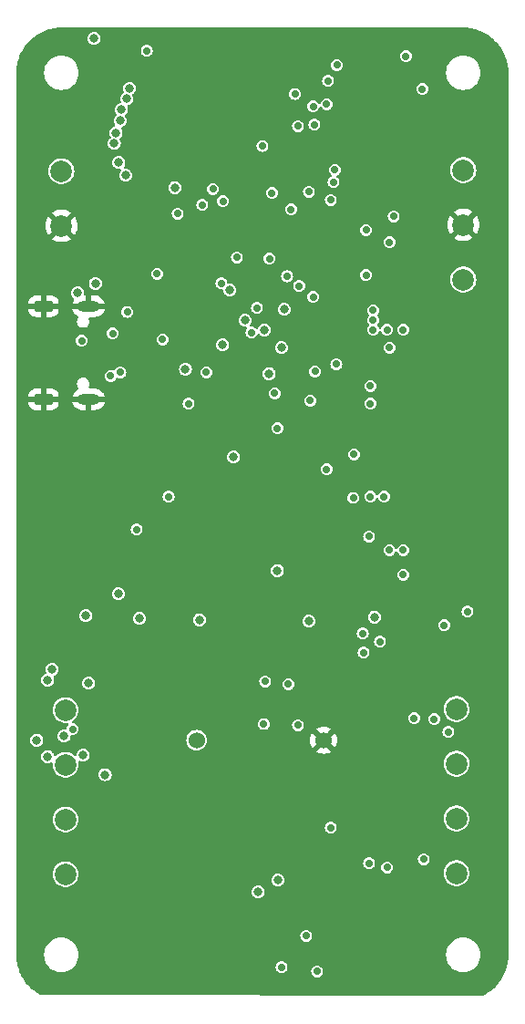
<source format=gbr>
%TF.GenerationSoftware,KiCad,Pcbnew,7.0.1*%
%TF.CreationDate,2024-01-06T20:51:44-05:00*%
%TF.ProjectId,Io-v2-Board,496f2d76-322d-4426-9f61-72642e6b6963,rev?*%
%TF.SameCoordinates,Original*%
%TF.FileFunction,Copper,L2,Inr*%
%TF.FilePolarity,Positive*%
%FSLAX46Y46*%
G04 Gerber Fmt 4.6, Leading zero omitted, Abs format (unit mm)*
G04 Created by KiCad (PCBNEW 7.0.1) date 2024-01-06 20:51:44*
%MOMM*%
%LPD*%
G01*
G04 APERTURE LIST*
G04 Aperture macros list*
%AMRoundRect*
0 Rectangle with rounded corners*
0 $1 Rounding radius*
0 $2 $3 $4 $5 $6 $7 $8 $9 X,Y pos of 4 corners*
0 Add a 4 corners polygon primitive as box body*
4,1,4,$2,$3,$4,$5,$6,$7,$8,$9,$2,$3,0*
0 Add four circle primitives for the rounded corners*
1,1,$1+$1,$2,$3*
1,1,$1+$1,$4,$5*
1,1,$1+$1,$6,$7*
1,1,$1+$1,$8,$9*
0 Add four rect primitives between the rounded corners*
20,1,$1+$1,$2,$3,$4,$5,0*
20,1,$1+$1,$4,$5,$6,$7,0*
20,1,$1+$1,$6,$7,$8,$9,0*
20,1,$1+$1,$8,$9,$2,$3,0*%
G04 Aperture macros list end*
%TA.AperFunction,ComponentPad*%
%ADD10RoundRect,0.250000X-0.650000X0.250000X-0.650000X-0.250000X0.650000X-0.250000X0.650000X0.250000X0*%
%TD*%
%TA.AperFunction,ComponentPad*%
%ADD11O,2.100000X1.000000*%
%TD*%
%TA.AperFunction,ComponentPad*%
%ADD12C,2.000000*%
%TD*%
%TA.AperFunction,ComponentPad*%
%ADD13C,1.524000*%
%TD*%
%TA.AperFunction,ViaPad*%
%ADD14C,0.700000*%
%TD*%
%TA.AperFunction,ViaPad*%
%ADD15C,0.800000*%
%TD*%
G04 APERTURE END LIST*
D10*
%TO.N,GND*%
%TO.C,J2*%
X96647000Y-70075000D03*
X96647000Y-61435000D03*
D11*
X100827000Y-70075000D03*
X100827000Y-61435000D03*
%TD*%
D12*
%TO.N,/VBAT*%
%TO.C,J1*%
X135636000Y-58955000D03*
%TO.N,GND*%
X135636000Y-53875000D03*
%TO.N,/VSW*%
X135636000Y-48795000D03*
%TD*%
%TO.N,/PYRO1_SW*%
%TO.C,J4*%
X98683000Y-98933000D03*
%TO.N,/VPYRO*%
X98683000Y-104013000D03*
%TO.N,/PYRO2_SW*%
X98683000Y-109093000D03*
%TO.N,/VPYRO*%
X98683000Y-114173000D03*
%TD*%
%TO.N,/VBAT*%
%TO.C,J3*%
X98302000Y-48895000D03*
%TO.N,GND*%
X98302000Y-53975000D03*
%TD*%
%TO.N,/PYRO3_SW*%
%TO.C,J5*%
X135001000Y-114073000D03*
%TO.N,/VPYRO*%
X135001000Y-108993000D03*
%TO.N,/PYRO4_SW*%
X135001000Y-103913000D03*
%TO.N,/VPYRO*%
X135001000Y-98833000D03*
%TD*%
D13*
%TO.N,/VPYRO*%
%TO.C,C2*%
X110871000Y-101732000D03*
%TO.N,GND*%
X122671000Y-101732000D03*
%TD*%
D14*
%TO.N,GND*%
X102870000Y-37592000D03*
%TO.N,/BOOT*%
X127000000Y-79121000D03*
X125423500Y-79219500D03*
%TO.N,Net-(U11-ANT)*%
X126873000Y-82828000D03*
%TO.N,GND*%
X112649000Y-45720000D03*
X112649000Y-42164000D03*
X119380000Y-38189500D03*
%TO.N,/VSW_DET*%
X123886832Y-39054168D03*
%TO.N,/VIN*%
X121696340Y-42888500D03*
X121793000Y-44577000D03*
%TO.N,GND*%
X111379000Y-39370000D03*
X116586000Y-59563000D03*
X131191000Y-115189000D03*
X112649000Y-43942000D03*
X109347000Y-37719000D03*
X129540000Y-101346000D03*
X104062500Y-65187881D03*
D15*
X100965000Y-106299000D03*
D14*
X136525000Y-90551000D03*
X110744000Y-74168000D03*
X120396000Y-96520000D03*
D15*
X103759000Y-109982000D03*
D14*
X112649000Y-96520000D03*
D15*
X106807000Y-67437000D03*
D14*
X114300000Y-73660000D03*
X129286000Y-90297000D03*
X104377988Y-59389820D03*
X124841000Y-68014500D03*
X112649000Y-44831000D03*
X128270000Y-37387000D03*
X126492000Y-55499000D03*
D15*
X100330000Y-113157000D03*
D14*
X120762500Y-68834000D03*
D15*
X101346000Y-104013000D03*
D14*
X131445000Y-107061000D03*
X134620000Y-80010000D03*
X111379000Y-95250000D03*
X111252000Y-82677000D03*
X112817766Y-86401766D03*
X117046692Y-74056862D03*
X120904000Y-86868000D03*
X117015647Y-70627147D03*
X129283477Y-111738092D03*
X97536000Y-90424000D03*
X122682000Y-61908000D03*
X122666459Y-97906693D03*
D15*
X104394000Y-99822000D03*
D14*
X106807000Y-96139000D03*
X112649000Y-43053000D03*
X132715000Y-97028000D03*
X130556000Y-50165000D03*
X132294500Y-104902000D03*
X115189000Y-57785000D03*
X111252000Y-88011000D03*
X118618000Y-47498000D03*
X116459000Y-64643000D03*
X135531489Y-43770385D03*
D15*
X103886000Y-90424000D03*
D14*
X112903000Y-116713000D03*
X121920000Y-84709000D03*
X100126500Y-67691000D03*
X102184307Y-60121693D03*
X111379000Y-93472000D03*
X134620000Y-85598000D03*
D15*
X108712000Y-69469000D03*
D14*
X126492000Y-60452000D03*
X102421516Y-97095484D03*
D15*
%TO.N,+3.3V*%
X127381000Y-90297000D03*
X105550000Y-90424000D03*
D14*
X136017000Y-89789000D03*
X123839767Y-66816767D03*
X116967000Y-46563002D03*
X106233000Y-37719000D03*
X110109000Y-70485000D03*
D15*
X121285000Y-90678000D03*
D14*
X120269000Y-100330000D03*
X118745000Y-122809000D03*
X128778000Y-55499000D03*
X119634000Y-52451000D03*
D15*
X118364000Y-85979000D03*
D14*
X126604500Y-58547000D03*
D15*
X111125000Y-90551000D03*
D14*
X118364000Y-72771000D03*
X116459000Y-61595000D03*
X127889000Y-92583000D03*
X130302000Y-38227000D03*
%TO.N,/VBUS*%
X103074500Y-63971119D03*
X104416017Y-61968483D03*
X102876500Y-67905500D03*
X120269000Y-44704000D03*
X109093000Y-52832000D03*
X107188000Y-58420000D03*
%TO.N,/VSW_D*%
X119988500Y-41719500D03*
X123063000Y-40513000D03*
D15*
%TO.N,/PYRO1*%
X103378000Y-45339000D03*
D14*
%TO.N,/PYRO1_SW*%
X99333500Y-100711000D03*
D15*
%TO.N,/PYRO2*%
X101457662Y-59324338D03*
X99822000Y-60198000D03*
X103213683Y-46324904D03*
X97440500Y-95153096D03*
X100330000Y-103124000D03*
D14*
%TO.N,/PYRO3*%
X126873000Y-113157000D03*
X128563500Y-113538000D03*
D15*
X103632000Y-48095500D03*
D14*
%TO.N,/PYRO3_SW*%
X131953000Y-112776000D03*
D15*
%TO.N,/PYRO4*%
X100838000Y-96430500D03*
X100584000Y-90170000D03*
X118410766Y-114718500D03*
X116586000Y-115824000D03*
X102363273Y-104929559D03*
X104267000Y-49276000D03*
X103584500Y-88138000D03*
D14*
%TO.N,/PYRO4_SW*%
X134239000Y-100965000D03*
%TO.N,/BOOT*%
X105283000Y-82169000D03*
X108261500Y-79121000D03*
X128778000Y-65278000D03*
X127253977Y-61809466D03*
%TO.N,/BUZZ_OUT*%
X130048000Y-86360000D03*
X123317000Y-109855000D03*
X130048000Y-63627000D03*
X122047000Y-123190000D03*
X128553500Y-63627000D03*
X127254000Y-63627000D03*
X130048000Y-84074000D03*
%TO.N,Net-(Q6-S)*%
X121031000Y-119888000D03*
%TO.N,/RST*%
X121680500Y-60579000D03*
X120381500Y-59563000D03*
X128778000Y-84074000D03*
X125476000Y-75184000D03*
X113298767Y-51674233D03*
X133858000Y-91059000D03*
X118110000Y-69533500D03*
%TO.N,/RF_DIO0*%
X126294500Y-91821000D03*
D15*
%TO.N,/SPI2_SCL*%
X113947500Y-59944000D03*
X108839000Y-50419000D03*
X118745000Y-65278000D03*
X117150765Y-63633029D03*
%TO.N,/SPI2_MOSI*%
X113284000Y-65024000D03*
X115357067Y-62741702D03*
X114300000Y-75438000D03*
X117602000Y-67691000D03*
D14*
%TO.N,/SPI2_MISO*%
X121871266Y-67485734D03*
X121412000Y-70206684D03*
%TO.N,/ACC_CS*%
X127000000Y-70485000D03*
X122936000Y-76581000D03*
%TO.N,/GYRO_CS*%
X119267767Y-58659233D03*
X115951000Y-63881000D03*
D15*
%TO.N,/GYRO_PLLFILT*%
X118999000Y-61722000D03*
D14*
%TO.N,/MAG_CS*%
X117616766Y-57008234D03*
X113157000Y-59309000D03*
X114597000Y-56896000D03*
X111760000Y-67564000D03*
D15*
%TO.N,/MAG_C*%
X109822971Y-67277971D03*
D14*
%TO.N,/RF_RST*%
X127254500Y-62708968D03*
%TO.N,/SPI3_MISO*%
X126604500Y-54356000D03*
%TO.N,/SPI3_MOSI*%
X123317000Y-51562000D03*
%TO.N,/SPI3_SCL*%
X121285000Y-50800000D03*
X129159000Y-53086000D03*
X128270000Y-79121000D03*
X123571000Y-49911000D03*
%TO.N,/I2C_SDA*%
X117221000Y-96266000D03*
X117095736Y-100223877D03*
X119380000Y-96520000D03*
%TO.N,/I2C_SCL*%
X126365000Y-93599000D03*
%TO.N,/FLASH_CS*%
X123698000Y-48768000D03*
D15*
%TO.N,/PYRO1_DET*%
X104627415Y-41202954D03*
%TO.N,/PYRO2_DET*%
X98552000Y-101346000D03*
X104391518Y-42174220D03*
X97028000Y-103251000D03*
%TO.N,/PYRO3_DET*%
X103886000Y-43180000D03*
%TO.N,/PYRO4_DET*%
X103759000Y-44196000D03*
X96012000Y-101727000D03*
D14*
X132925168Y-99778168D03*
D15*
X97028000Y-96139000D03*
D14*
X131064000Y-99695000D03*
%TO.N,/RF_CS*%
X127000000Y-68834000D03*
D15*
%TO.N,/VBAT*%
X101346000Y-36576000D03*
D14*
%TO.N,/VPYRO*%
X107696000Y-64516000D03*
X112379000Y-50546000D03*
X111379000Y-52032500D03*
X122936000Y-42672000D03*
X117856000Y-50927000D03*
%TO.N,/PLED_R*%
X131826000Y-41275000D03*
%TO.N,Net-(J2-CC1)*%
X100195054Y-64633769D03*
%TO.N,Net-(J2-CC2)*%
X103770284Y-67575284D03*
%TD*%
%TA.AperFunction,Conductor*%
%TO.N,GND*%
G36*
X135638855Y-35560632D02*
G01*
X135808859Y-35568491D01*
X136023983Y-35579060D01*
X136034978Y-35580095D01*
X136222982Y-35606320D01*
X136224000Y-35606467D01*
X136419459Y-35635461D01*
X136429630Y-35637408D01*
X136617832Y-35681673D01*
X136619403Y-35682054D01*
X136807751Y-35729233D01*
X136816976Y-35731929D01*
X137001631Y-35793819D01*
X137003940Y-35794619D01*
X137185349Y-35859528D01*
X137193608Y-35862825D01*
X137372397Y-35941768D01*
X137375259Y-35943076D01*
X137548759Y-36025135D01*
X137556081Y-36028901D01*
X137727184Y-36124205D01*
X137730577Y-36126165D01*
X137894796Y-36224595D01*
X137901074Y-36228622D01*
X138062877Y-36339460D01*
X138066667Y-36342161D01*
X138220217Y-36456042D01*
X138225566Y-36460242D01*
X138340336Y-36555545D01*
X138364969Y-36576000D01*
X138376551Y-36585617D01*
X138380608Y-36589137D01*
X138522159Y-36717431D01*
X138526567Y-36721628D01*
X138665370Y-36860431D01*
X138669567Y-36864839D01*
X138797861Y-37006390D01*
X138801381Y-37010447D01*
X138926756Y-37161432D01*
X138930956Y-37166781D01*
X139044837Y-37320331D01*
X139047538Y-37324121D01*
X139158363Y-37485904D01*
X139162414Y-37492220D01*
X139212205Y-37575290D01*
X139260823Y-37656405D01*
X139262793Y-37659814D01*
X139358097Y-37830917D01*
X139361863Y-37838239D01*
X139443907Y-38011706D01*
X139445246Y-38014637D01*
X139524162Y-38193364D01*
X139527480Y-38201676D01*
X139592374Y-38383045D01*
X139593194Y-38385412D01*
X139655059Y-38569990D01*
X139657771Y-38579268D01*
X139704928Y-38767531D01*
X139705350Y-38769270D01*
X139749587Y-38957354D01*
X139751539Y-38967550D01*
X139780530Y-39162995D01*
X139780683Y-39164057D01*
X139806900Y-39351994D01*
X139807940Y-39363041D01*
X139818513Y-39578250D01*
X139819080Y-39590498D01*
X139826368Y-39748146D01*
X139826500Y-39753870D01*
X139828422Y-121663067D01*
X139828285Y-121668907D01*
X139820441Y-121835350D01*
X139820423Y-121835715D01*
X139809101Y-122061810D01*
X139808021Y-122073068D01*
X139781114Y-122262261D01*
X139780955Y-122263343D01*
X139750465Y-122464948D01*
X139748438Y-122475334D01*
X139702829Y-122665445D01*
X139702390Y-122667215D01*
X139653009Y-122860470D01*
X139650193Y-122869911D01*
X139586317Y-123056616D01*
X139585465Y-123059023D01*
X139517658Y-123244648D01*
X139514215Y-123253097D01*
X139432679Y-123433820D01*
X139431289Y-123436795D01*
X139345698Y-123613844D01*
X139341792Y-123621272D01*
X139243328Y-123794043D01*
X139241284Y-123797498D01*
X139138726Y-123964633D01*
X139134518Y-123971037D01*
X139020081Y-124134013D01*
X139017281Y-124137843D01*
X138898714Y-124293668D01*
X138894363Y-124299066D01*
X138764994Y-124450689D01*
X138761351Y-124454773D01*
X138627909Y-124597868D01*
X138623564Y-124602299D01*
X138480453Y-124741137D01*
X138475895Y-124745343D01*
X138328845Y-124874373D01*
X138324652Y-124877892D01*
X138169150Y-125002633D01*
X138163622Y-125006818D01*
X138004320Y-125120581D01*
X138000408Y-125123264D01*
X137834004Y-125232736D01*
X137827475Y-125236747D01*
X137657308Y-125334197D01*
X137653793Y-125336136D01*
X137478137Y-125429312D01*
X137470594Y-125432991D01*
X137415183Y-125457737D01*
X137364277Y-125468515D01*
X96351311Y-125355531D01*
X96291314Y-125339860D01*
X96206829Y-125292802D01*
X96203421Y-125290832D01*
X96106493Y-125232736D01*
X96039233Y-125192422D01*
X96032913Y-125188368D01*
X95871104Y-125077525D01*
X95867314Y-125074824D01*
X95713781Y-124960956D01*
X95708432Y-124956756D01*
X95557447Y-124831381D01*
X95553390Y-124827861D01*
X95411839Y-124699567D01*
X95407431Y-124695370D01*
X95268628Y-124556567D01*
X95264431Y-124552159D01*
X95136137Y-124410608D01*
X95132617Y-124406551D01*
X95007242Y-124255566D01*
X95003042Y-124250217D01*
X94889161Y-124096667D01*
X94886460Y-124092877D01*
X94848388Y-124037299D01*
X94775622Y-123931074D01*
X94771595Y-123924796D01*
X94673165Y-123760577D01*
X94671205Y-123757184D01*
X94575901Y-123586081D01*
X94572135Y-123578759D01*
X94503584Y-123433820D01*
X94490076Y-123405259D01*
X94488768Y-123402397D01*
X94409825Y-123223608D01*
X94406528Y-123215349D01*
X94341619Y-123033940D01*
X94340819Y-123031631D01*
X94278929Y-122846976D01*
X94276233Y-122837751D01*
X94229054Y-122649403D01*
X94228673Y-122647832D01*
X94184408Y-122459630D01*
X94182459Y-122449448D01*
X94153468Y-122254003D01*
X94153315Y-122252941D01*
X94152305Y-122245701D01*
X94127095Y-122064978D01*
X94126060Y-122053983D01*
X94115488Y-121838790D01*
X94107632Y-121668855D01*
X94107566Y-121666000D01*
X96692551Y-121666000D01*
X96712317Y-121917149D01*
X96771126Y-122162110D01*
X96816922Y-122272670D01*
X96867534Y-122394859D01*
X96999164Y-122609659D01*
X97162776Y-122801224D01*
X97354341Y-122964836D01*
X97569141Y-123096466D01*
X97801889Y-123192873D01*
X98046852Y-123251683D01*
X98235118Y-123266500D01*
X98360879Y-123266500D01*
X98360882Y-123266500D01*
X98549148Y-123251683D01*
X98794111Y-123192873D01*
X99026859Y-123096466D01*
X99241659Y-122964836D01*
X99424121Y-122808999D01*
X118189749Y-122808999D01*
X118208670Y-122952709D01*
X118264137Y-123086622D01*
X118264138Y-123086624D01*
X118264139Y-123086625D01*
X118352379Y-123201621D01*
X118467375Y-123289861D01*
X118601291Y-123345330D01*
X118745000Y-123364250D01*
X118888709Y-123345330D01*
X119022625Y-123289861D01*
X119137621Y-123201621D01*
X119146539Y-123189999D01*
X121491749Y-123189999D01*
X121510670Y-123333709D01*
X121566137Y-123467622D01*
X121566138Y-123467624D01*
X121566139Y-123467625D01*
X121654379Y-123582621D01*
X121769375Y-123670861D01*
X121903291Y-123726330D01*
X122047000Y-123745250D01*
X122190709Y-123726330D01*
X122324625Y-123670861D01*
X122439621Y-123582621D01*
X122527861Y-123467625D01*
X122583330Y-123333709D01*
X122602250Y-123190000D01*
X122583330Y-123046291D01*
X122527861Y-122912375D01*
X122439621Y-122797379D01*
X122324625Y-122709139D01*
X122324624Y-122709138D01*
X122324622Y-122709137D01*
X122190709Y-122653670D01*
X122047000Y-122634749D01*
X121903290Y-122653670D01*
X121769377Y-122709137D01*
X121654379Y-122797379D01*
X121566137Y-122912377D01*
X121510670Y-123046290D01*
X121491749Y-123189999D01*
X119146539Y-123189999D01*
X119225861Y-123086625D01*
X119281330Y-122952709D01*
X119300250Y-122809000D01*
X119281330Y-122665291D01*
X119225861Y-122531375D01*
X119137621Y-122416379D01*
X119022625Y-122328139D01*
X119022624Y-122328138D01*
X119022622Y-122328137D01*
X118888709Y-122272670D01*
X118745000Y-122253749D01*
X118601290Y-122272670D01*
X118467377Y-122328137D01*
X118352379Y-122416379D01*
X118264137Y-122531377D01*
X118208670Y-122665290D01*
X118189749Y-122808999D01*
X99424121Y-122808999D01*
X99433224Y-122801224D01*
X99596836Y-122609659D01*
X99728466Y-122394859D01*
X99824873Y-122162111D01*
X99883683Y-121917148D01*
X99903449Y-121666000D01*
X99903449Y-121665999D01*
X134030551Y-121665999D01*
X134050317Y-121917149D01*
X134109126Y-122162110D01*
X134154922Y-122272670D01*
X134205534Y-122394859D01*
X134337164Y-122609659D01*
X134500776Y-122801224D01*
X134692341Y-122964836D01*
X134907141Y-123096466D01*
X135139889Y-123192873D01*
X135384852Y-123251683D01*
X135573118Y-123266500D01*
X135698879Y-123266500D01*
X135698882Y-123266500D01*
X135887148Y-123251683D01*
X136132111Y-123192873D01*
X136364859Y-123096466D01*
X136579659Y-122964836D01*
X136771224Y-122801224D01*
X136934836Y-122609659D01*
X137066466Y-122394859D01*
X137162873Y-122162111D01*
X137221683Y-121917148D01*
X137241449Y-121666000D01*
X137221683Y-121414852D01*
X137162873Y-121169889D01*
X137066466Y-120937141D01*
X136934836Y-120722341D01*
X136771224Y-120530776D01*
X136579659Y-120367164D01*
X136364859Y-120235534D01*
X136248485Y-120187330D01*
X136132110Y-120139126D01*
X135887149Y-120080317D01*
X135840081Y-120076612D01*
X135698882Y-120065500D01*
X135573118Y-120065500D01*
X135460158Y-120074390D01*
X135384850Y-120080317D01*
X135139889Y-120139126D01*
X134907139Y-120235535D01*
X134692342Y-120367163D01*
X134500776Y-120530776D01*
X134337163Y-120722342D01*
X134205535Y-120937139D01*
X134109126Y-121169889D01*
X134050317Y-121414850D01*
X134030551Y-121665999D01*
X99903449Y-121665999D01*
X99883683Y-121414852D01*
X99824873Y-121169889D01*
X99728466Y-120937141D01*
X99596836Y-120722341D01*
X99433224Y-120530776D01*
X99241659Y-120367164D01*
X99026859Y-120235534D01*
X98910485Y-120187330D01*
X98794110Y-120139126D01*
X98549149Y-120080317D01*
X98502081Y-120076612D01*
X98360882Y-120065500D01*
X98235118Y-120065500D01*
X98122158Y-120074390D01*
X98046850Y-120080317D01*
X97801889Y-120139126D01*
X97569139Y-120235535D01*
X97354342Y-120367163D01*
X97162776Y-120530776D01*
X96999163Y-120722342D01*
X96867535Y-120937139D01*
X96771126Y-121169889D01*
X96712317Y-121414850D01*
X96692551Y-121666000D01*
X94107566Y-121666000D01*
X94107500Y-121663129D01*
X94107500Y-119888000D01*
X120475749Y-119888000D01*
X120494670Y-120031709D01*
X120550137Y-120165622D01*
X120550138Y-120165624D01*
X120550139Y-120165625D01*
X120638379Y-120280621D01*
X120753375Y-120368861D01*
X120887291Y-120424330D01*
X121031000Y-120443250D01*
X121174709Y-120424330D01*
X121308625Y-120368861D01*
X121423621Y-120280621D01*
X121511861Y-120165625D01*
X121567330Y-120031709D01*
X121586250Y-119888000D01*
X121567330Y-119744291D01*
X121511861Y-119610375D01*
X121423621Y-119495379D01*
X121308625Y-119407139D01*
X121308624Y-119407138D01*
X121308622Y-119407137D01*
X121174709Y-119351670D01*
X121031000Y-119332749D01*
X120887290Y-119351670D01*
X120753377Y-119407137D01*
X120638379Y-119495379D01*
X120550137Y-119610377D01*
X120494670Y-119744290D01*
X120475749Y-119888000D01*
X94107500Y-119888000D01*
X94107500Y-115824000D01*
X115980317Y-115824000D01*
X116000956Y-115980762D01*
X116061463Y-116126840D01*
X116157717Y-116252282D01*
X116283158Y-116348535D01*
X116283159Y-116348536D01*
X116429238Y-116409044D01*
X116586000Y-116429682D01*
X116742762Y-116409044D01*
X116888841Y-116348536D01*
X117014282Y-116252282D01*
X117110536Y-116126841D01*
X117171044Y-115980762D01*
X117191682Y-115824000D01*
X117171044Y-115667238D01*
X117110536Y-115521159D01*
X117014282Y-115395717D01*
X116888840Y-115299463D01*
X116742762Y-115238956D01*
X116586000Y-115218317D01*
X116429237Y-115238956D01*
X116283159Y-115299463D01*
X116157717Y-115395717D01*
X116061463Y-115521159D01*
X116000956Y-115667237D01*
X115980317Y-115824000D01*
X94107500Y-115824000D01*
X94107500Y-114173000D01*
X97477357Y-114173000D01*
X97479300Y-114193964D01*
X97497885Y-114394537D01*
X97558769Y-114608526D01*
X97657941Y-114807688D01*
X97792019Y-114985237D01*
X97956437Y-115135124D01*
X98145595Y-115252245D01*
X98145597Y-115252245D01*
X98145599Y-115252247D01*
X98353060Y-115332618D01*
X98571757Y-115373500D01*
X98794241Y-115373500D01*
X98794243Y-115373500D01*
X99012940Y-115332618D01*
X99220401Y-115252247D01*
X99409562Y-115135124D01*
X99573981Y-114985236D01*
X99708058Y-114807689D01*
X99752469Y-114718500D01*
X117805083Y-114718500D01*
X117825722Y-114875262D01*
X117886229Y-115021340D01*
X117982483Y-115146782D01*
X118075710Y-115218317D01*
X118107925Y-115243036D01*
X118254004Y-115303544D01*
X118410766Y-115324182D01*
X118567528Y-115303544D01*
X118713607Y-115243036D01*
X118839048Y-115146782D01*
X118935302Y-115021341D01*
X118995810Y-114875262D01*
X119016448Y-114718500D01*
X118995810Y-114561738D01*
X118935302Y-114415659D01*
X118919094Y-114394536D01*
X118839048Y-114290217D01*
X118713606Y-114193963D01*
X118567528Y-114133456D01*
X118410766Y-114112817D01*
X118254003Y-114133456D01*
X118107925Y-114193963D01*
X117982483Y-114290217D01*
X117886229Y-114415659D01*
X117825722Y-114561737D01*
X117805083Y-114718500D01*
X99752469Y-114718500D01*
X99807229Y-114608528D01*
X99868115Y-114394536D01*
X99888643Y-114173000D01*
X99868115Y-113951464D01*
X99839662Y-113851462D01*
X99807230Y-113737473D01*
X99708058Y-113538311D01*
X99573980Y-113360762D01*
X99409562Y-113210875D01*
X99322549Y-113156999D01*
X126317749Y-113156999D01*
X126336670Y-113300709D01*
X126392137Y-113434622D01*
X126392138Y-113434624D01*
X126392139Y-113434625D01*
X126480379Y-113549621D01*
X126595375Y-113637861D01*
X126729291Y-113693330D01*
X126873000Y-113712250D01*
X127016709Y-113693330D01*
X127150625Y-113637861D01*
X127265621Y-113549621D01*
X127274539Y-113537999D01*
X128008249Y-113537999D01*
X128027170Y-113681709D01*
X128082637Y-113815622D01*
X128082638Y-113815624D01*
X128082639Y-113815625D01*
X128170879Y-113930621D01*
X128285875Y-114018861D01*
X128419791Y-114074330D01*
X128563500Y-114093250D01*
X128707209Y-114074330D01*
X128710420Y-114073000D01*
X133795357Y-114073000D01*
X133815885Y-114294537D01*
X133876769Y-114508526D01*
X133975941Y-114707688D01*
X134110019Y-114885237D01*
X134274437Y-115035124D01*
X134463595Y-115152245D01*
X134463597Y-115152245D01*
X134463599Y-115152247D01*
X134671060Y-115232618D01*
X134889757Y-115273500D01*
X135112241Y-115273500D01*
X135112243Y-115273500D01*
X135330940Y-115232618D01*
X135538401Y-115152247D01*
X135727562Y-115035124D01*
X135891981Y-114885236D01*
X136026058Y-114707689D01*
X136125229Y-114508528D01*
X136186115Y-114294536D01*
X136206643Y-114073000D01*
X136186115Y-113851464D01*
X136153682Y-113737473D01*
X136125230Y-113637473D01*
X136026058Y-113438311D01*
X135891980Y-113260762D01*
X135727562Y-113110875D01*
X135538404Y-112993754D01*
X135477174Y-112970033D01*
X135330940Y-112913382D01*
X135112243Y-112872500D01*
X134889757Y-112872500D01*
X134671059Y-112913382D01*
X134671060Y-112913382D01*
X134463595Y-112993754D01*
X134274437Y-113110875D01*
X134110019Y-113260762D01*
X133975941Y-113438311D01*
X133876769Y-113637473D01*
X133815885Y-113851462D01*
X133795357Y-114073000D01*
X128710420Y-114073000D01*
X128841125Y-114018861D01*
X128956121Y-113930621D01*
X129044361Y-113815625D01*
X129099830Y-113681709D01*
X129118750Y-113538000D01*
X129099830Y-113394291D01*
X129044361Y-113260375D01*
X128956121Y-113145379D01*
X128841125Y-113057139D01*
X128841124Y-113057138D01*
X128841122Y-113057137D01*
X128707209Y-113001670D01*
X128563500Y-112982749D01*
X128419790Y-113001670D01*
X128285877Y-113057137D01*
X128170879Y-113145379D01*
X128082637Y-113260377D01*
X128027170Y-113394290D01*
X128008249Y-113537999D01*
X127274539Y-113537999D01*
X127353861Y-113434625D01*
X127409330Y-113300709D01*
X127428250Y-113157000D01*
X127409330Y-113013291D01*
X127353861Y-112879375D01*
X127274538Y-112776000D01*
X131397749Y-112776000D01*
X131416670Y-112919709D01*
X131472137Y-113053622D01*
X131472138Y-113053624D01*
X131472139Y-113053625D01*
X131560379Y-113168621D01*
X131675375Y-113256861D01*
X131675376Y-113256861D01*
X131675377Y-113256862D01*
X131684793Y-113260762D01*
X131809291Y-113312330D01*
X131953000Y-113331250D01*
X132096709Y-113312330D01*
X132230625Y-113256861D01*
X132345621Y-113168621D01*
X132433861Y-113053625D01*
X132489330Y-112919709D01*
X132508250Y-112776000D01*
X132489330Y-112632291D01*
X132433861Y-112498375D01*
X132345621Y-112383379D01*
X132230625Y-112295139D01*
X132230624Y-112295138D01*
X132230622Y-112295137D01*
X132096709Y-112239670D01*
X131953000Y-112220749D01*
X131809290Y-112239670D01*
X131675377Y-112295137D01*
X131560379Y-112383379D01*
X131472137Y-112498377D01*
X131416670Y-112632290D01*
X131397749Y-112776000D01*
X127274538Y-112776000D01*
X127265621Y-112764379D01*
X127150625Y-112676139D01*
X127150624Y-112676138D01*
X127150622Y-112676137D01*
X127016709Y-112620670D01*
X126873000Y-112601749D01*
X126729290Y-112620670D01*
X126595377Y-112676137D01*
X126480379Y-112764379D01*
X126392137Y-112879377D01*
X126336670Y-113013290D01*
X126317749Y-113156999D01*
X99322549Y-113156999D01*
X99220404Y-113093754D01*
X99159174Y-113070033D01*
X99012940Y-113013382D01*
X98794243Y-112972500D01*
X98571757Y-112972500D01*
X98353552Y-113013290D01*
X98353060Y-113013382D01*
X98145595Y-113093754D01*
X97956437Y-113210875D01*
X97792019Y-113360762D01*
X97657941Y-113538311D01*
X97558769Y-113737473D01*
X97497885Y-113951462D01*
X97481021Y-114133456D01*
X97477357Y-114173000D01*
X94107500Y-114173000D01*
X94107500Y-109093000D01*
X97477357Y-109093000D01*
X97497885Y-109314537D01*
X97558769Y-109528526D01*
X97657941Y-109727688D01*
X97792019Y-109905237D01*
X97956437Y-110055124D01*
X98145595Y-110172245D01*
X98145597Y-110172245D01*
X98145599Y-110172247D01*
X98353060Y-110252618D01*
X98571757Y-110293500D01*
X98794241Y-110293500D01*
X98794243Y-110293500D01*
X99012940Y-110252618D01*
X99220401Y-110172247D01*
X99409562Y-110055124D01*
X99573981Y-109905236D01*
X99611918Y-109854999D01*
X122761749Y-109854999D01*
X122780670Y-109998709D01*
X122836137Y-110132622D01*
X122836138Y-110132624D01*
X122836139Y-110132625D01*
X122924379Y-110247621D01*
X123039375Y-110335861D01*
X123173291Y-110391330D01*
X123317000Y-110410250D01*
X123460709Y-110391330D01*
X123594625Y-110335861D01*
X123709621Y-110247621D01*
X123797861Y-110132625D01*
X123853330Y-109998709D01*
X123872250Y-109855000D01*
X123853330Y-109711291D01*
X123797861Y-109577375D01*
X123709621Y-109462379D01*
X123594625Y-109374139D01*
X123594624Y-109374138D01*
X123594622Y-109374137D01*
X123460709Y-109318670D01*
X123317000Y-109299749D01*
X123173290Y-109318670D01*
X123039377Y-109374137D01*
X122924379Y-109462379D01*
X122836137Y-109577377D01*
X122780670Y-109711290D01*
X122761749Y-109854999D01*
X99611918Y-109854999D01*
X99708058Y-109727689D01*
X99807229Y-109528528D01*
X99868115Y-109314536D01*
X99888643Y-109093000D01*
X99879377Y-108993000D01*
X133795357Y-108993000D01*
X133815885Y-109214537D01*
X133876769Y-109428526D01*
X133975941Y-109627688D01*
X134110019Y-109805237D01*
X134274437Y-109955124D01*
X134463595Y-110072245D01*
X134463597Y-110072245D01*
X134463599Y-110072247D01*
X134671060Y-110152618D01*
X134889757Y-110193500D01*
X135112241Y-110193500D01*
X135112243Y-110193500D01*
X135330940Y-110152618D01*
X135538401Y-110072247D01*
X135727562Y-109955124D01*
X135891981Y-109805236D01*
X136026058Y-109627689D01*
X136125229Y-109428528D01*
X136186115Y-109214536D01*
X136206643Y-108993000D01*
X136186115Y-108771464D01*
X136153682Y-108657473D01*
X136125230Y-108557473D01*
X136026058Y-108358311D01*
X135891980Y-108180762D01*
X135727562Y-108030875D01*
X135538404Y-107913754D01*
X135477174Y-107890033D01*
X135330940Y-107833382D01*
X135112243Y-107792500D01*
X134889757Y-107792500D01*
X134671059Y-107833382D01*
X134671060Y-107833382D01*
X134463595Y-107913754D01*
X134274437Y-108030875D01*
X134110019Y-108180762D01*
X133975941Y-108358311D01*
X133876769Y-108557473D01*
X133815885Y-108771462D01*
X133795357Y-108993000D01*
X99879377Y-108993000D01*
X99868115Y-108871464D01*
X99839662Y-108771462D01*
X99807230Y-108657473D01*
X99708058Y-108458311D01*
X99573980Y-108280762D01*
X99409562Y-108130875D01*
X99220404Y-108013754D01*
X99159174Y-107990033D01*
X99012940Y-107933382D01*
X98794243Y-107892500D01*
X98571757Y-107892500D01*
X98353059Y-107933382D01*
X98353060Y-107933382D01*
X98145595Y-108013754D01*
X97956437Y-108130875D01*
X97792019Y-108280762D01*
X97657941Y-108458311D01*
X97558769Y-108657473D01*
X97497885Y-108871462D01*
X97477357Y-109093000D01*
X94107500Y-109093000D01*
X94107500Y-103250999D01*
X96422317Y-103250999D01*
X96442956Y-103407762D01*
X96503463Y-103553840D01*
X96599717Y-103679282D01*
X96669512Y-103732837D01*
X96725159Y-103775536D01*
X96871238Y-103836044D01*
X97028000Y-103856682D01*
X97184762Y-103836044D01*
X97316202Y-103781599D01*
X97378653Y-103773072D01*
X97437230Y-103796350D01*
X97476795Y-103845420D01*
X97487123Y-103907602D01*
X97477357Y-104012999D01*
X97497885Y-104234537D01*
X97558769Y-104448526D01*
X97657941Y-104647688D01*
X97792019Y-104825237D01*
X97956437Y-104975124D01*
X98145595Y-105092245D01*
X98145597Y-105092245D01*
X98145599Y-105092247D01*
X98353060Y-105172618D01*
X98571757Y-105213500D01*
X98794241Y-105213500D01*
X98794243Y-105213500D01*
X99012940Y-105172618D01*
X99220401Y-105092247D01*
X99409562Y-104975124D01*
X99459545Y-104929558D01*
X101757590Y-104929558D01*
X101778229Y-105086321D01*
X101838736Y-105232399D01*
X101934990Y-105357841D01*
X102060432Y-105454095D01*
X102206511Y-105514603D01*
X102363273Y-105535241D01*
X102520035Y-105514603D01*
X102666114Y-105454095D01*
X102791555Y-105357841D01*
X102887809Y-105232400D01*
X102948317Y-105086321D01*
X102968955Y-104929559D01*
X102948317Y-104772797D01*
X102887809Y-104626718D01*
X102791555Y-104501276D01*
X102666113Y-104405022D01*
X102520035Y-104344515D01*
X102363273Y-104323876D01*
X102206510Y-104344515D01*
X102060432Y-104405022D01*
X101934990Y-104501276D01*
X101838736Y-104626718D01*
X101778229Y-104772796D01*
X101757590Y-104929558D01*
X99459545Y-104929558D01*
X99573981Y-104825236D01*
X99708058Y-104647689D01*
X99807229Y-104448528D01*
X99868115Y-104234536D01*
X99888643Y-104013000D01*
X99879377Y-103912999D01*
X133795357Y-103912999D01*
X133815885Y-104134537D01*
X133876769Y-104348526D01*
X133975941Y-104547688D01*
X134110019Y-104725237D01*
X134274437Y-104875124D01*
X134463595Y-104992245D01*
X134463597Y-104992245D01*
X134463599Y-104992247D01*
X134671060Y-105072618D01*
X134889757Y-105113500D01*
X135112241Y-105113500D01*
X135112243Y-105113500D01*
X135330940Y-105072618D01*
X135538401Y-104992247D01*
X135727562Y-104875124D01*
X135891981Y-104725236D01*
X136026058Y-104547689D01*
X136125229Y-104348528D01*
X136186115Y-104134536D01*
X136206643Y-103913000D01*
X136186115Y-103691464D01*
X136163227Y-103611021D01*
X136125230Y-103477473D01*
X136026058Y-103278311D01*
X135891980Y-103100762D01*
X135727562Y-102950875D01*
X135538404Y-102833754D01*
X135477174Y-102810033D01*
X135330940Y-102753382D01*
X135112243Y-102712500D01*
X134889757Y-102712500D01*
X134671060Y-102753381D01*
X134671060Y-102753382D01*
X134463595Y-102833754D01*
X134274437Y-102950875D01*
X134110019Y-103100762D01*
X133975941Y-103278311D01*
X133876769Y-103477473D01*
X133815885Y-103691462D01*
X133795357Y-103912999D01*
X99879377Y-103912999D01*
X99868115Y-103791464D01*
X99867055Y-103780023D01*
X99871000Y-103779657D01*
X99871129Y-103732837D01*
X99907720Y-103674855D01*
X99969527Y-103645180D01*
X100037653Y-103652882D01*
X100173238Y-103709044D01*
X100330000Y-103729682D01*
X100486762Y-103709044D01*
X100632841Y-103648536D01*
X100758282Y-103552282D01*
X100854536Y-103426841D01*
X100915044Y-103280762D01*
X100935682Y-103124000D01*
X100915044Y-102967238D01*
X100854536Y-102821159D01*
X100847892Y-102812500D01*
X100825824Y-102783740D01*
X121972812Y-102783740D01*
X122037593Y-102829101D01*
X122237718Y-102922420D01*
X122451021Y-102979575D01*
X122671000Y-102998821D01*
X122890978Y-102979575D01*
X123104281Y-102922420D01*
X123304408Y-102829100D01*
X123369187Y-102783740D01*
X122671001Y-102085553D01*
X122671000Y-102085553D01*
X121972812Y-102783740D01*
X100825824Y-102783740D01*
X100758282Y-102695717D01*
X100632840Y-102599463D01*
X100486762Y-102538956D01*
X100330000Y-102518317D01*
X100173237Y-102538956D01*
X100027159Y-102599463D01*
X99901717Y-102695717D01*
X99805463Y-102821159D01*
X99744956Y-102967237D01*
X99730179Y-103079477D01*
X99703995Y-103140844D01*
X99649800Y-103179758D01*
X99583283Y-103184955D01*
X99523702Y-103154928D01*
X99409562Y-103050875D01*
X99220404Y-102933754D01*
X99159174Y-102910033D01*
X99012940Y-102853382D01*
X98794243Y-102812500D01*
X98571757Y-102812500D01*
X98353059Y-102853382D01*
X98353060Y-102853382D01*
X98145595Y-102933754D01*
X97956437Y-103050875D01*
X97820226Y-103175049D01*
X97760645Y-103205076D01*
X97694127Y-103199879D01*
X97639932Y-103160963D01*
X97613749Y-103099595D01*
X97613044Y-103094238D01*
X97552536Y-102948159D01*
X97532786Y-102922420D01*
X97456282Y-102822717D01*
X97330840Y-102726463D01*
X97184762Y-102665956D01*
X97028000Y-102645317D01*
X96871237Y-102665956D01*
X96725159Y-102726463D01*
X96599717Y-102822717D01*
X96503463Y-102948159D01*
X96442956Y-103094237D01*
X96422317Y-103250999D01*
X94107500Y-103250999D01*
X94107500Y-101727000D01*
X95406317Y-101727000D01*
X95426956Y-101883762D01*
X95487463Y-102029840D01*
X95583717Y-102155282D01*
X95709159Y-102251536D01*
X95855238Y-102312044D01*
X96012000Y-102332682D01*
X96168762Y-102312044D01*
X96314841Y-102251536D01*
X96440282Y-102155282D01*
X96536536Y-102029841D01*
X96597044Y-101883762D01*
X96617682Y-101727000D01*
X96597044Y-101570238D01*
X96536536Y-101424159D01*
X96440282Y-101298717D01*
X96314840Y-101202463D01*
X96168762Y-101141956D01*
X96012000Y-101121317D01*
X95855237Y-101141956D01*
X95709159Y-101202463D01*
X95583717Y-101298717D01*
X95487463Y-101424159D01*
X95426956Y-101570237D01*
X95406317Y-101727000D01*
X94107500Y-101727000D01*
X94107500Y-98933000D01*
X97477357Y-98933000D01*
X97497885Y-99154537D01*
X97558769Y-99368526D01*
X97657941Y-99567688D01*
X97792019Y-99745237D01*
X97956437Y-99895124D01*
X98145595Y-100012245D01*
X98145597Y-100012245D01*
X98145599Y-100012247D01*
X98353060Y-100092618D01*
X98571757Y-100133500D01*
X98794242Y-100133500D01*
X98794243Y-100133500D01*
X98812788Y-100130033D01*
X98871887Y-100133357D01*
X98922712Y-100163700D01*
X98953680Y-100214147D01*
X98957734Y-100273202D01*
X98933950Y-100327407D01*
X98852638Y-100433375D01*
X98797170Y-100567290D01*
X98786786Y-100646160D01*
X98762222Y-100705460D01*
X98711299Y-100744534D01*
X98647662Y-100752912D01*
X98552000Y-100740317D01*
X98395237Y-100760956D01*
X98249159Y-100821463D01*
X98123717Y-100917717D01*
X98027463Y-101043159D01*
X97966956Y-101189237D01*
X97946317Y-101346000D01*
X97966956Y-101502762D01*
X98027463Y-101648840D01*
X98123717Y-101774282D01*
X98249159Y-101870536D01*
X98395238Y-101931044D01*
X98552000Y-101951682D01*
X98708762Y-101931044D01*
X98854841Y-101870536D01*
X98980282Y-101774282D01*
X99012726Y-101732000D01*
X109903843Y-101732000D01*
X109922426Y-101920681D01*
X109925570Y-101931044D01*
X109977463Y-102102115D01*
X110066838Y-102269324D01*
X110187117Y-102415883D01*
X110333676Y-102536162D01*
X110500885Y-102625537D01*
X110682317Y-102680573D01*
X110871000Y-102699157D01*
X111059683Y-102680573D01*
X111241115Y-102625537D01*
X111408324Y-102536162D01*
X111554883Y-102415883D01*
X111675162Y-102269324D01*
X111764537Y-102102115D01*
X111819573Y-101920683D01*
X111838157Y-101732000D01*
X111838157Y-101731999D01*
X121404178Y-101731999D01*
X121423424Y-101951978D01*
X121480579Y-102165281D01*
X121573898Y-102365406D01*
X121619258Y-102430187D01*
X122317446Y-101732001D01*
X123024553Y-101732001D01*
X123722740Y-102430186D01*
X123768100Y-102365408D01*
X123861420Y-102165281D01*
X123918575Y-101951978D01*
X123937821Y-101731999D01*
X123918575Y-101512021D01*
X123861421Y-101298720D01*
X123768098Y-101098589D01*
X123722740Y-101033811D01*
X123024553Y-101732000D01*
X123024553Y-101732001D01*
X122317446Y-101732001D01*
X122317446Y-101732000D01*
X121619258Y-101033811D01*
X121619258Y-101033812D01*
X121573900Y-101098589D01*
X121480578Y-101298719D01*
X121423424Y-101512021D01*
X121404178Y-101731999D01*
X111838157Y-101731999D01*
X111819573Y-101543317D01*
X111764537Y-101361885D01*
X111675162Y-101194676D01*
X111554883Y-101048117D01*
X111408324Y-100927838D01*
X111241115Y-100838463D01*
X111150122Y-100810861D01*
X111059681Y-100783426D01*
X110871000Y-100764843D01*
X110682318Y-100783426D01*
X110500882Y-100838464D01*
X110333677Y-100927837D01*
X110187117Y-101048117D01*
X110066837Y-101194677D01*
X109977464Y-101361882D01*
X109922426Y-101543318D01*
X109903843Y-101732000D01*
X99012726Y-101732000D01*
X99076536Y-101648841D01*
X99137044Y-101502762D01*
X99154812Y-101367792D01*
X99179375Y-101308494D01*
X99230299Y-101269419D01*
X99293935Y-101261041D01*
X99333500Y-101266250D01*
X99477209Y-101247330D01*
X99611125Y-101191861D01*
X99726121Y-101103621D01*
X99814361Y-100988625D01*
X99869830Y-100854709D01*
X99888750Y-100711000D01*
X99869830Y-100567291D01*
X99814361Y-100433375D01*
X99726121Y-100318379D01*
X99611125Y-100230139D01*
X99611124Y-100230138D01*
X99611122Y-100230137D01*
X99596009Y-100223877D01*
X116540485Y-100223877D01*
X116559406Y-100367586D01*
X116614873Y-100501499D01*
X116614874Y-100501501D01*
X116614875Y-100501502D01*
X116703115Y-100616498D01*
X116818111Y-100704738D01*
X116952027Y-100760207D01*
X117095736Y-100779127D01*
X117239445Y-100760207D01*
X117373361Y-100704738D01*
X117488357Y-100616498D01*
X117576597Y-100501502D01*
X117632066Y-100367586D01*
X117637015Y-100329999D01*
X119713749Y-100329999D01*
X119732670Y-100473709D01*
X119788137Y-100607622D01*
X119788138Y-100607624D01*
X119788139Y-100607625D01*
X119876379Y-100722621D01*
X119991375Y-100810861D01*
X120125291Y-100866330D01*
X120269000Y-100885250D01*
X120412709Y-100866330D01*
X120546625Y-100810861D01*
X120661621Y-100722621D01*
X120694127Y-100680258D01*
X121972811Y-100680258D01*
X122671000Y-101378446D01*
X122671001Y-101378446D01*
X123084447Y-100964999D01*
X133683749Y-100964999D01*
X133702670Y-101108709D01*
X133758137Y-101242622D01*
X133758138Y-101242624D01*
X133758139Y-101242625D01*
X133846379Y-101357621D01*
X133961375Y-101445861D01*
X134095291Y-101501330D01*
X134239000Y-101520250D01*
X134382709Y-101501330D01*
X134516625Y-101445861D01*
X134631621Y-101357621D01*
X134719861Y-101242625D01*
X134775330Y-101108709D01*
X134794250Y-100965000D01*
X134775330Y-100821291D01*
X134719861Y-100687375D01*
X134631621Y-100572379D01*
X134516625Y-100484139D01*
X134516624Y-100484138D01*
X134516622Y-100484137D01*
X134382709Y-100428670D01*
X134239000Y-100409749D01*
X134095290Y-100428670D01*
X133961377Y-100484137D01*
X133846379Y-100572379D01*
X133758137Y-100687377D01*
X133702670Y-100821290D01*
X133683749Y-100964999D01*
X123084447Y-100964999D01*
X123369187Y-100680258D01*
X123304406Y-100634898D01*
X123104281Y-100541579D01*
X122890978Y-100484424D01*
X122671000Y-100465178D01*
X122451021Y-100484424D01*
X122237719Y-100541578D01*
X122037589Y-100634900D01*
X121972812Y-100680258D01*
X121972811Y-100680258D01*
X120694127Y-100680258D01*
X120749861Y-100607625D01*
X120805330Y-100473709D01*
X120824250Y-100330000D01*
X120805330Y-100186291D01*
X120749861Y-100052375D01*
X120661621Y-99937379D01*
X120546625Y-99849139D01*
X120546624Y-99849138D01*
X120546622Y-99849137D01*
X120412709Y-99793670D01*
X120269000Y-99774749D01*
X120125290Y-99793670D01*
X119991377Y-99849137D01*
X119876379Y-99937379D01*
X119788137Y-100052377D01*
X119732670Y-100186290D01*
X119713749Y-100329999D01*
X117637015Y-100329999D01*
X117650986Y-100223877D01*
X117632066Y-100080168D01*
X117576597Y-99946252D01*
X117488357Y-99831256D01*
X117373361Y-99743016D01*
X117373360Y-99743015D01*
X117373358Y-99743014D01*
X117257436Y-99694999D01*
X130508749Y-99694999D01*
X130527670Y-99838709D01*
X130583137Y-99972622D01*
X130583138Y-99972624D01*
X130583139Y-99972625D01*
X130671379Y-100087621D01*
X130786375Y-100175861D01*
X130920291Y-100231330D01*
X131064000Y-100250250D01*
X131207709Y-100231330D01*
X131341625Y-100175861D01*
X131456621Y-100087621D01*
X131544861Y-99972625D01*
X131600330Y-99838709D01*
X131608301Y-99778167D01*
X132369917Y-99778167D01*
X132388838Y-99921877D01*
X132444305Y-100055790D01*
X132444306Y-100055792D01*
X132444307Y-100055793D01*
X132532547Y-100170789D01*
X132647543Y-100259029D01*
X132781459Y-100314498D01*
X132925168Y-100333418D01*
X133068877Y-100314498D01*
X133202793Y-100259029D01*
X133317789Y-100170789D01*
X133406029Y-100055793D01*
X133461498Y-99921877D01*
X133480418Y-99778168D01*
X133461498Y-99634459D01*
X133406029Y-99500543D01*
X133317789Y-99385547D01*
X133202793Y-99297307D01*
X133202792Y-99297306D01*
X133202790Y-99297305D01*
X133068877Y-99241838D01*
X132925168Y-99222917D01*
X132781458Y-99241838D01*
X132647545Y-99297305D01*
X132532547Y-99385547D01*
X132444305Y-99500545D01*
X132388838Y-99634458D01*
X132369917Y-99778167D01*
X131608301Y-99778167D01*
X131619250Y-99695000D01*
X131600330Y-99551291D01*
X131544861Y-99417375D01*
X131456621Y-99302379D01*
X131341625Y-99214139D01*
X131341624Y-99214138D01*
X131341622Y-99214137D01*
X131207709Y-99158670D01*
X131064000Y-99139749D01*
X130920290Y-99158670D01*
X130786377Y-99214137D01*
X130671379Y-99302379D01*
X130583137Y-99417377D01*
X130527670Y-99551290D01*
X130508749Y-99694999D01*
X117257436Y-99694999D01*
X117239445Y-99687547D01*
X117095736Y-99668626D01*
X116952026Y-99687547D01*
X116818113Y-99743014D01*
X116703115Y-99831256D01*
X116614873Y-99946254D01*
X116559406Y-100080167D01*
X116540485Y-100223877D01*
X99596009Y-100223877D01*
X99477209Y-100174670D01*
X99393742Y-100163681D01*
X99337661Y-100141507D01*
X99298673Y-100095499D01*
X99285999Y-100036541D01*
X99302637Y-99978576D01*
X99344651Y-99935315D01*
X99366354Y-99921877D01*
X99409562Y-99895124D01*
X99573981Y-99745236D01*
X99708058Y-99567689D01*
X99807229Y-99368528D01*
X99868115Y-99154536D01*
X99888643Y-98933000D01*
X99879377Y-98832999D01*
X133795357Y-98832999D01*
X133815885Y-99054537D01*
X133876769Y-99268526D01*
X133975941Y-99467688D01*
X134110019Y-99645237D01*
X134274437Y-99795124D01*
X134463595Y-99912245D01*
X134463597Y-99912245D01*
X134463599Y-99912247D01*
X134671060Y-99992618D01*
X134889757Y-100033500D01*
X135112241Y-100033500D01*
X135112243Y-100033500D01*
X135330940Y-99992618D01*
X135538401Y-99912247D01*
X135727562Y-99795124D01*
X135866322Y-99668627D01*
X135891980Y-99645237D01*
X135900120Y-99634458D01*
X136026058Y-99467689D01*
X136125229Y-99268528D01*
X136138207Y-99222917D01*
X136157662Y-99154537D01*
X136186115Y-99054536D01*
X136206643Y-98833000D01*
X136186115Y-98611464D01*
X136153682Y-98497473D01*
X136125230Y-98397473D01*
X136026058Y-98198311D01*
X135891980Y-98020762D01*
X135727562Y-97870875D01*
X135538404Y-97753754D01*
X135477174Y-97730033D01*
X135330940Y-97673382D01*
X135112243Y-97632500D01*
X134889757Y-97632500D01*
X134671059Y-97673382D01*
X134671060Y-97673382D01*
X134463595Y-97753754D01*
X134274437Y-97870875D01*
X134110019Y-98020762D01*
X133975941Y-98198311D01*
X133876769Y-98397473D01*
X133815885Y-98611462D01*
X133795357Y-98832999D01*
X99879377Y-98832999D01*
X99868115Y-98711464D01*
X99839662Y-98611462D01*
X99807230Y-98497473D01*
X99708058Y-98298311D01*
X99573980Y-98120762D01*
X99409562Y-97970875D01*
X99220404Y-97853754D01*
X99159174Y-97830033D01*
X99012940Y-97773382D01*
X98794243Y-97732500D01*
X98571757Y-97732500D01*
X98353060Y-97773381D01*
X98353060Y-97773382D01*
X98145595Y-97853754D01*
X97956437Y-97970875D01*
X97792019Y-98120762D01*
X97657941Y-98298311D01*
X97558769Y-98497473D01*
X97497885Y-98711462D01*
X97477357Y-98933000D01*
X94107500Y-98933000D01*
X94107500Y-96139000D01*
X96422317Y-96139000D01*
X96442956Y-96295762D01*
X96503463Y-96441840D01*
X96599717Y-96567282D01*
X96718752Y-96658620D01*
X96725159Y-96663536D01*
X96871238Y-96724044D01*
X97028000Y-96744682D01*
X97184762Y-96724044D01*
X97330841Y-96663536D01*
X97456282Y-96567282D01*
X97552536Y-96441841D01*
X97557234Y-96430499D01*
X100232317Y-96430499D01*
X100252956Y-96587262D01*
X100313463Y-96733340D01*
X100409717Y-96858782D01*
X100535159Y-96955036D01*
X100681238Y-97015544D01*
X100838000Y-97036182D01*
X100994762Y-97015544D01*
X101140841Y-96955036D01*
X101266282Y-96858782D01*
X101362536Y-96733341D01*
X101423044Y-96587262D01*
X101443682Y-96430500D01*
X101423044Y-96273738D01*
X101419838Y-96265999D01*
X116665749Y-96265999D01*
X116684670Y-96409709D01*
X116740137Y-96543622D01*
X116740138Y-96543624D01*
X116740139Y-96543625D01*
X116828379Y-96658621D01*
X116943375Y-96746861D01*
X117077291Y-96802330D01*
X117221000Y-96821250D01*
X117364709Y-96802330D01*
X117498625Y-96746861D01*
X117613621Y-96658621D01*
X117701861Y-96543625D01*
X117711647Y-96520000D01*
X118824749Y-96520000D01*
X118843670Y-96663709D01*
X118899137Y-96797622D01*
X118899138Y-96797624D01*
X118899139Y-96797625D01*
X118987379Y-96912621D01*
X119102375Y-97000861D01*
X119236291Y-97056330D01*
X119380000Y-97075250D01*
X119523709Y-97056330D01*
X119657625Y-97000861D01*
X119772621Y-96912621D01*
X119860861Y-96797625D01*
X119916330Y-96663709D01*
X119935250Y-96520000D01*
X119916330Y-96376291D01*
X119860861Y-96242375D01*
X119772621Y-96127379D01*
X119657625Y-96039139D01*
X119657624Y-96039138D01*
X119657622Y-96039137D01*
X119523709Y-95983670D01*
X119380000Y-95964749D01*
X119236290Y-95983670D01*
X119102377Y-96039137D01*
X118987379Y-96127379D01*
X118899137Y-96242377D01*
X118843670Y-96376290D01*
X118824749Y-96520000D01*
X117711647Y-96520000D01*
X117757330Y-96409709D01*
X117776250Y-96266000D01*
X117757330Y-96122291D01*
X117707595Y-96002218D01*
X117701862Y-95988377D01*
X117701861Y-95988376D01*
X117701861Y-95988375D01*
X117613621Y-95873379D01*
X117498625Y-95785139D01*
X117498624Y-95785138D01*
X117498622Y-95785137D01*
X117364709Y-95729670D01*
X117221000Y-95710749D01*
X117077290Y-95729670D01*
X116943377Y-95785137D01*
X116828379Y-95873379D01*
X116740137Y-95988377D01*
X116684670Y-96122290D01*
X116665749Y-96265999D01*
X101419838Y-96265999D01*
X101362536Y-96127659D01*
X101358416Y-96122290D01*
X101266282Y-96002217D01*
X101140840Y-95905963D01*
X100994762Y-95845456D01*
X100838000Y-95824817D01*
X100681237Y-95845456D01*
X100535159Y-95905963D01*
X100409717Y-96002217D01*
X100313463Y-96127659D01*
X100252956Y-96273737D01*
X100232317Y-96430499D01*
X97557234Y-96430499D01*
X97613044Y-96295762D01*
X97633682Y-96139000D01*
X97613044Y-95982238D01*
X97571882Y-95882866D01*
X97563505Y-95819229D01*
X97588069Y-95759928D01*
X97638986Y-95720856D01*
X97743341Y-95677632D01*
X97868782Y-95581378D01*
X97965036Y-95455937D01*
X98025544Y-95309858D01*
X98046182Y-95153096D01*
X98025544Y-94996334D01*
X97965036Y-94850255D01*
X97868782Y-94724813D01*
X97743340Y-94628559D01*
X97597262Y-94568052D01*
X97440500Y-94547413D01*
X97283737Y-94568052D01*
X97137659Y-94628559D01*
X97012217Y-94724813D01*
X96915963Y-94850255D01*
X96855456Y-94996333D01*
X96834817Y-95153096D01*
X96855456Y-95309858D01*
X96896616Y-95409228D01*
X96904994Y-95472866D01*
X96880431Y-95532167D01*
X96829508Y-95571241D01*
X96725158Y-95614464D01*
X96599717Y-95710717D01*
X96503463Y-95836159D01*
X96442956Y-95982237D01*
X96422317Y-96139000D01*
X94107500Y-96139000D01*
X94107500Y-93598999D01*
X125809749Y-93598999D01*
X125828670Y-93742709D01*
X125884137Y-93876622D01*
X125884138Y-93876624D01*
X125884139Y-93876625D01*
X125972379Y-93991621D01*
X126087375Y-94079861D01*
X126221291Y-94135330D01*
X126365000Y-94154250D01*
X126508709Y-94135330D01*
X126642625Y-94079861D01*
X126757621Y-93991621D01*
X126845861Y-93876625D01*
X126901330Y-93742709D01*
X126920250Y-93599000D01*
X126901330Y-93455291D01*
X126845861Y-93321375D01*
X126757621Y-93206379D01*
X126642625Y-93118139D01*
X126642624Y-93118138D01*
X126642622Y-93118137D01*
X126508709Y-93062670D01*
X126365000Y-93043749D01*
X126221290Y-93062670D01*
X126087377Y-93118137D01*
X125972379Y-93206379D01*
X125884137Y-93321377D01*
X125828670Y-93455290D01*
X125809749Y-93598999D01*
X94107500Y-93598999D01*
X94107500Y-92583000D01*
X127333749Y-92583000D01*
X127352670Y-92726709D01*
X127408137Y-92860622D01*
X127408138Y-92860624D01*
X127408139Y-92860625D01*
X127496379Y-92975621D01*
X127611375Y-93063861D01*
X127745291Y-93119330D01*
X127889000Y-93138250D01*
X128032709Y-93119330D01*
X128166625Y-93063861D01*
X128281621Y-92975621D01*
X128369861Y-92860625D01*
X128425330Y-92726709D01*
X128444250Y-92583000D01*
X128425330Y-92439291D01*
X128369861Y-92305375D01*
X128281621Y-92190379D01*
X128166625Y-92102139D01*
X128166624Y-92102138D01*
X128166622Y-92102137D01*
X128032709Y-92046670D01*
X127889000Y-92027749D01*
X127745290Y-92046670D01*
X127611377Y-92102137D01*
X127496379Y-92190379D01*
X127408137Y-92305377D01*
X127352670Y-92439290D01*
X127333749Y-92583000D01*
X94107500Y-92583000D01*
X94107500Y-91820999D01*
X125739249Y-91820999D01*
X125758170Y-91964709D01*
X125813637Y-92098622D01*
X125813638Y-92098624D01*
X125813639Y-92098625D01*
X125901879Y-92213621D01*
X126016875Y-92301861D01*
X126016876Y-92301861D01*
X126016877Y-92301862D01*
X126047215Y-92314428D01*
X126150791Y-92357330D01*
X126294500Y-92376250D01*
X126438209Y-92357330D01*
X126572125Y-92301861D01*
X126687121Y-92213621D01*
X126775361Y-92098625D01*
X126830830Y-91964709D01*
X126849750Y-91821000D01*
X126830830Y-91677291D01*
X126775361Y-91543375D01*
X126687121Y-91428379D01*
X126572125Y-91340139D01*
X126572124Y-91340138D01*
X126572122Y-91340137D01*
X126438209Y-91284670D01*
X126294500Y-91265749D01*
X126150790Y-91284670D01*
X126016877Y-91340137D01*
X125901879Y-91428379D01*
X125813637Y-91543377D01*
X125758170Y-91677290D01*
X125739249Y-91820999D01*
X94107500Y-91820999D01*
X94107500Y-90170000D01*
X99978317Y-90170000D01*
X99998956Y-90326762D01*
X100059463Y-90472840D01*
X100155717Y-90598282D01*
X100244464Y-90666379D01*
X100281159Y-90694536D01*
X100427238Y-90755044D01*
X100584000Y-90775682D01*
X100740762Y-90755044D01*
X100886841Y-90694536D01*
X101012282Y-90598282D01*
X101108536Y-90472841D01*
X101128767Y-90424000D01*
X104944317Y-90424000D01*
X104964956Y-90580762D01*
X105025463Y-90726840D01*
X105121717Y-90852282D01*
X105203832Y-90915290D01*
X105247159Y-90948536D01*
X105393238Y-91009044D01*
X105550000Y-91029682D01*
X105706762Y-91009044D01*
X105852841Y-90948536D01*
X105978282Y-90852282D01*
X106074536Y-90726841D01*
X106135044Y-90580762D01*
X106138962Y-90551000D01*
X110519317Y-90551000D01*
X110539956Y-90707762D01*
X110600463Y-90853840D01*
X110696717Y-90979282D01*
X110800609Y-91059000D01*
X110822159Y-91075536D01*
X110968238Y-91136044D01*
X111125000Y-91156682D01*
X111281762Y-91136044D01*
X111427841Y-91075536D01*
X111553282Y-90979282D01*
X111649536Y-90853841D01*
X111710044Y-90707762D01*
X111713962Y-90678000D01*
X120679317Y-90678000D01*
X120699956Y-90834762D01*
X120760463Y-90980840D01*
X120856717Y-91106282D01*
X120982158Y-91202535D01*
X120982159Y-91202536D01*
X121128238Y-91263044D01*
X121285000Y-91283682D01*
X121441762Y-91263044D01*
X121587841Y-91202536D01*
X121713282Y-91106282D01*
X121749563Y-91059000D01*
X133302749Y-91059000D01*
X133321670Y-91202709D01*
X133377137Y-91336622D01*
X133377138Y-91336624D01*
X133377139Y-91336625D01*
X133465379Y-91451621D01*
X133580375Y-91539861D01*
X133580376Y-91539861D01*
X133580377Y-91539862D01*
X133610715Y-91552428D01*
X133714291Y-91595330D01*
X133858000Y-91614250D01*
X134001709Y-91595330D01*
X134135625Y-91539861D01*
X134250621Y-91451621D01*
X134338861Y-91336625D01*
X134394330Y-91202709D01*
X134413250Y-91059000D01*
X134394330Y-90915291D01*
X134338861Y-90781375D01*
X134250621Y-90666379D01*
X134135625Y-90578139D01*
X134135624Y-90578138D01*
X134135622Y-90578137D01*
X134001709Y-90522670D01*
X133858000Y-90503749D01*
X133714290Y-90522670D01*
X133580377Y-90578137D01*
X133465379Y-90666379D01*
X133377137Y-90781377D01*
X133321670Y-90915290D01*
X133302749Y-91059000D01*
X121749563Y-91059000D01*
X121809536Y-90980841D01*
X121870044Y-90834762D01*
X121890682Y-90678000D01*
X121870044Y-90521238D01*
X121809536Y-90375159D01*
X121771301Y-90325330D01*
X121749563Y-90297000D01*
X126775317Y-90297000D01*
X126795956Y-90453762D01*
X126856463Y-90599840D01*
X126952717Y-90725282D01*
X127078158Y-90821535D01*
X127078159Y-90821536D01*
X127224238Y-90882044D01*
X127381000Y-90902682D01*
X127537762Y-90882044D01*
X127683841Y-90821536D01*
X127809282Y-90725282D01*
X127905536Y-90599841D01*
X127966044Y-90453762D01*
X127986682Y-90297000D01*
X127966044Y-90140238D01*
X127905536Y-89994159D01*
X127868059Y-89945318D01*
X127809282Y-89868717D01*
X127705392Y-89789000D01*
X135461749Y-89789000D01*
X135480670Y-89932709D01*
X135536137Y-90066622D01*
X135536138Y-90066624D01*
X135536139Y-90066625D01*
X135624379Y-90181621D01*
X135739375Y-90269861D01*
X135873291Y-90325330D01*
X136017000Y-90344250D01*
X136160709Y-90325330D01*
X136294625Y-90269861D01*
X136409621Y-90181621D01*
X136497861Y-90066625D01*
X136553330Y-89932709D01*
X136572250Y-89789000D01*
X136553330Y-89645291D01*
X136497861Y-89511375D01*
X136409621Y-89396379D01*
X136294625Y-89308139D01*
X136294624Y-89308138D01*
X136294622Y-89308137D01*
X136160709Y-89252670D01*
X136017000Y-89233749D01*
X135873290Y-89252670D01*
X135739377Y-89308137D01*
X135624379Y-89396379D01*
X135536137Y-89511377D01*
X135480670Y-89645290D01*
X135461749Y-89789000D01*
X127705392Y-89789000D01*
X127683840Y-89772463D01*
X127537762Y-89711956D01*
X127381000Y-89691317D01*
X127224237Y-89711956D01*
X127078159Y-89772463D01*
X126952717Y-89868717D01*
X126856463Y-89994159D01*
X126795956Y-90140237D01*
X126775317Y-90297000D01*
X121749563Y-90297000D01*
X121713282Y-90249717D01*
X121587840Y-90153463D01*
X121441762Y-90092956D01*
X121285000Y-90072317D01*
X121128237Y-90092956D01*
X120982159Y-90153463D01*
X120856717Y-90249717D01*
X120760463Y-90375159D01*
X120699956Y-90521237D01*
X120679317Y-90678000D01*
X111713962Y-90678000D01*
X111730682Y-90551000D01*
X111710044Y-90394238D01*
X111649536Y-90248159D01*
X111589563Y-90170000D01*
X111553282Y-90122717D01*
X111427840Y-90026463D01*
X111281762Y-89965956D01*
X111125000Y-89945317D01*
X110968237Y-89965956D01*
X110822159Y-90026463D01*
X110696717Y-90122717D01*
X110600463Y-90248159D01*
X110539956Y-90394237D01*
X110519317Y-90551000D01*
X106138962Y-90551000D01*
X106155682Y-90424000D01*
X106135044Y-90267238D01*
X106074536Y-90121159D01*
X106037059Y-90072318D01*
X105978282Y-89995717D01*
X105852840Y-89899463D01*
X105706762Y-89838956D01*
X105550000Y-89818317D01*
X105393237Y-89838956D01*
X105247159Y-89899463D01*
X105121717Y-89995717D01*
X105025463Y-90121159D01*
X104964956Y-90267237D01*
X104944317Y-90424000D01*
X101128767Y-90424000D01*
X101169044Y-90326762D01*
X101189682Y-90170000D01*
X101169044Y-90013238D01*
X101108536Y-89867159D01*
X101071059Y-89818318D01*
X101012282Y-89741717D01*
X100886840Y-89645463D01*
X100740762Y-89584956D01*
X100584000Y-89564317D01*
X100427237Y-89584956D01*
X100281159Y-89645463D01*
X100155717Y-89741717D01*
X100059463Y-89867159D01*
X99998956Y-90013237D01*
X99978317Y-90170000D01*
X94107500Y-90170000D01*
X94107500Y-88138000D01*
X102978817Y-88138000D01*
X102999456Y-88294762D01*
X103059963Y-88440840D01*
X103156217Y-88566282D01*
X103281659Y-88662536D01*
X103427738Y-88723044D01*
X103584500Y-88743682D01*
X103741262Y-88723044D01*
X103887341Y-88662536D01*
X104012782Y-88566282D01*
X104109036Y-88440841D01*
X104169544Y-88294762D01*
X104190182Y-88138000D01*
X104169544Y-87981238D01*
X104109036Y-87835159D01*
X104109035Y-87835158D01*
X104012782Y-87709717D01*
X103887340Y-87613463D01*
X103741262Y-87552956D01*
X103584500Y-87532317D01*
X103427737Y-87552956D01*
X103281659Y-87613463D01*
X103156217Y-87709717D01*
X103059963Y-87835159D01*
X102999456Y-87981237D01*
X102978817Y-88138000D01*
X94107500Y-88138000D01*
X94107500Y-85979000D01*
X117758317Y-85979000D01*
X117778956Y-86135762D01*
X117839463Y-86281840D01*
X117935717Y-86407282D01*
X118061159Y-86503536D01*
X118207238Y-86564044D01*
X118364000Y-86584682D01*
X118520762Y-86564044D01*
X118666841Y-86503536D01*
X118792282Y-86407282D01*
X118828563Y-86359999D01*
X129492749Y-86359999D01*
X129511670Y-86503709D01*
X129567137Y-86637622D01*
X129567138Y-86637624D01*
X129567139Y-86637625D01*
X129655379Y-86752621D01*
X129770375Y-86840861D01*
X129904291Y-86896330D01*
X130048000Y-86915250D01*
X130191709Y-86896330D01*
X130325625Y-86840861D01*
X130440621Y-86752621D01*
X130528861Y-86637625D01*
X130584330Y-86503709D01*
X130603250Y-86360000D01*
X130584330Y-86216291D01*
X130528861Y-86082375D01*
X130440621Y-85967379D01*
X130325625Y-85879139D01*
X130325624Y-85879138D01*
X130325622Y-85879137D01*
X130191709Y-85823670D01*
X130048000Y-85804749D01*
X129904290Y-85823670D01*
X129770377Y-85879137D01*
X129655379Y-85967379D01*
X129567137Y-86082377D01*
X129511670Y-86216290D01*
X129492749Y-86359999D01*
X118828563Y-86359999D01*
X118888536Y-86281841D01*
X118949044Y-86135762D01*
X118969682Y-85979000D01*
X118949044Y-85822238D01*
X118888536Y-85676159D01*
X118792282Y-85550717D01*
X118666840Y-85454463D01*
X118520762Y-85393956D01*
X118364000Y-85373317D01*
X118207237Y-85393956D01*
X118061159Y-85454463D01*
X117935717Y-85550717D01*
X117839463Y-85676159D01*
X117778956Y-85822237D01*
X117758317Y-85979000D01*
X94107500Y-85979000D01*
X94107500Y-84074000D01*
X128222749Y-84074000D01*
X128241670Y-84217709D01*
X128297137Y-84351622D01*
X128297138Y-84351624D01*
X128297139Y-84351625D01*
X128385379Y-84466621D01*
X128500375Y-84554861D01*
X128634291Y-84610330D01*
X128778000Y-84629250D01*
X128921709Y-84610330D01*
X129055625Y-84554861D01*
X129170621Y-84466621D01*
X129258861Y-84351625D01*
X129298438Y-84256074D01*
X129332468Y-84209236D01*
X129384053Y-84182952D01*
X129441947Y-84182952D01*
X129493532Y-84209236D01*
X129527561Y-84256074D01*
X129567137Y-84351622D01*
X129567138Y-84351624D01*
X129567139Y-84351625D01*
X129655379Y-84466621D01*
X129770375Y-84554861D01*
X129904291Y-84610330D01*
X130048000Y-84629250D01*
X130191709Y-84610330D01*
X130325625Y-84554861D01*
X130440621Y-84466621D01*
X130528861Y-84351625D01*
X130584330Y-84217709D01*
X130603250Y-84074000D01*
X130584330Y-83930291D01*
X130528861Y-83796375D01*
X130440621Y-83681379D01*
X130325625Y-83593139D01*
X130325624Y-83593138D01*
X130325622Y-83593137D01*
X130191709Y-83537670D01*
X130048000Y-83518749D01*
X129904290Y-83537670D01*
X129770377Y-83593137D01*
X129655379Y-83681379D01*
X129567137Y-83796377D01*
X129527561Y-83891925D01*
X129493532Y-83938763D01*
X129441947Y-83965047D01*
X129384053Y-83965047D01*
X129332468Y-83938763D01*
X129298439Y-83891925D01*
X129258862Y-83796377D01*
X129258861Y-83796376D01*
X129258861Y-83796375D01*
X129170621Y-83681379D01*
X129055625Y-83593139D01*
X129055624Y-83593138D01*
X129055622Y-83593137D01*
X128921709Y-83537670D01*
X128778000Y-83518749D01*
X128634290Y-83537670D01*
X128500377Y-83593137D01*
X128385379Y-83681379D01*
X128297137Y-83796377D01*
X128241670Y-83930290D01*
X128222749Y-84074000D01*
X94107500Y-84074000D01*
X94107500Y-82827999D01*
X126317749Y-82827999D01*
X126336670Y-82971709D01*
X126392137Y-83105622D01*
X126392138Y-83105624D01*
X126392139Y-83105625D01*
X126480379Y-83220621D01*
X126595375Y-83308861D01*
X126729291Y-83364330D01*
X126873000Y-83383250D01*
X127016709Y-83364330D01*
X127150625Y-83308861D01*
X127265621Y-83220621D01*
X127353861Y-83105625D01*
X127409330Y-82971709D01*
X127428250Y-82828000D01*
X127409330Y-82684291D01*
X127353861Y-82550375D01*
X127265621Y-82435379D01*
X127150625Y-82347139D01*
X127150624Y-82347138D01*
X127150622Y-82347137D01*
X127016709Y-82291670D01*
X126873000Y-82272749D01*
X126729290Y-82291670D01*
X126595377Y-82347137D01*
X126480379Y-82435379D01*
X126392137Y-82550377D01*
X126336670Y-82684290D01*
X126317749Y-82827999D01*
X94107500Y-82827999D01*
X94107500Y-82169000D01*
X104727749Y-82169000D01*
X104746670Y-82312709D01*
X104802137Y-82446622D01*
X104802138Y-82446624D01*
X104802139Y-82446625D01*
X104890379Y-82561621D01*
X105005375Y-82649861D01*
X105139291Y-82705330D01*
X105283000Y-82724250D01*
X105426709Y-82705330D01*
X105560625Y-82649861D01*
X105675621Y-82561621D01*
X105763861Y-82446625D01*
X105819330Y-82312709D01*
X105838250Y-82169000D01*
X105819330Y-82025291D01*
X105763861Y-81891375D01*
X105675621Y-81776379D01*
X105560625Y-81688139D01*
X105560624Y-81688138D01*
X105560622Y-81688137D01*
X105426709Y-81632670D01*
X105283000Y-81613749D01*
X105139290Y-81632670D01*
X105005377Y-81688137D01*
X104890379Y-81776379D01*
X104802137Y-81891377D01*
X104746670Y-82025290D01*
X104727749Y-82169000D01*
X94107500Y-82169000D01*
X94107500Y-79121000D01*
X107706249Y-79121000D01*
X107725170Y-79264709D01*
X107780637Y-79398622D01*
X107780638Y-79398624D01*
X107780639Y-79398625D01*
X107868879Y-79513621D01*
X107983875Y-79601861D01*
X108117791Y-79657330D01*
X108261500Y-79676250D01*
X108405209Y-79657330D01*
X108539125Y-79601861D01*
X108654121Y-79513621D01*
X108742361Y-79398625D01*
X108797830Y-79264709D01*
X108803782Y-79219499D01*
X124868249Y-79219499D01*
X124887170Y-79363209D01*
X124942637Y-79497122D01*
X124942638Y-79497124D01*
X124942639Y-79497125D01*
X125030879Y-79612121D01*
X125145875Y-79700361D01*
X125279791Y-79755830D01*
X125423500Y-79774750D01*
X125567209Y-79755830D01*
X125701125Y-79700361D01*
X125816121Y-79612121D01*
X125904361Y-79497125D01*
X125959830Y-79363209D01*
X125978750Y-79219500D01*
X125965782Y-79120999D01*
X126444749Y-79120999D01*
X126463670Y-79264709D01*
X126519137Y-79398622D01*
X126519138Y-79398624D01*
X126519139Y-79398625D01*
X126607379Y-79513621D01*
X126722375Y-79601861D01*
X126856291Y-79657330D01*
X127000000Y-79676250D01*
X127143709Y-79657330D01*
X127277625Y-79601861D01*
X127392621Y-79513621D01*
X127480861Y-79398625D01*
X127520438Y-79303074D01*
X127554468Y-79256236D01*
X127606053Y-79229952D01*
X127663947Y-79229952D01*
X127715532Y-79256236D01*
X127749561Y-79303074D01*
X127789137Y-79398622D01*
X127789138Y-79398624D01*
X127789139Y-79398625D01*
X127877379Y-79513621D01*
X127992375Y-79601861D01*
X128126291Y-79657330D01*
X128270000Y-79676250D01*
X128413709Y-79657330D01*
X128547625Y-79601861D01*
X128662621Y-79513621D01*
X128750861Y-79398625D01*
X128806330Y-79264709D01*
X128825250Y-79121000D01*
X128806330Y-78977291D01*
X128750861Y-78843375D01*
X128662621Y-78728379D01*
X128547625Y-78640139D01*
X128547624Y-78640138D01*
X128547622Y-78640137D01*
X128413709Y-78584670D01*
X128270000Y-78565749D01*
X128126290Y-78584670D01*
X127992377Y-78640137D01*
X127877379Y-78728379D01*
X127789137Y-78843377D01*
X127749561Y-78938925D01*
X127715532Y-78985763D01*
X127663947Y-79012047D01*
X127606053Y-79012047D01*
X127554468Y-78985763D01*
X127520439Y-78938925D01*
X127480862Y-78843377D01*
X127480861Y-78843376D01*
X127480861Y-78843375D01*
X127392621Y-78728379D01*
X127277625Y-78640139D01*
X127277624Y-78640138D01*
X127277622Y-78640137D01*
X127143709Y-78584670D01*
X127000000Y-78565749D01*
X126856290Y-78584670D01*
X126722377Y-78640137D01*
X126607379Y-78728379D01*
X126519137Y-78843377D01*
X126463670Y-78977290D01*
X126444749Y-79120999D01*
X125965782Y-79120999D01*
X125959830Y-79075791D01*
X125904361Y-78941875D01*
X125816121Y-78826879D01*
X125701125Y-78738639D01*
X125701124Y-78738638D01*
X125701122Y-78738637D01*
X125567209Y-78683170D01*
X125423500Y-78664249D01*
X125279790Y-78683170D01*
X125145877Y-78738637D01*
X125030879Y-78826879D01*
X124942637Y-78941877D01*
X124887170Y-79075790D01*
X124868249Y-79219499D01*
X108803782Y-79219499D01*
X108816750Y-79121000D01*
X108797830Y-78977291D01*
X108742361Y-78843375D01*
X108654121Y-78728379D01*
X108539125Y-78640139D01*
X108539124Y-78640138D01*
X108539122Y-78640137D01*
X108405209Y-78584670D01*
X108261500Y-78565749D01*
X108117790Y-78584670D01*
X107983877Y-78640137D01*
X107868879Y-78728379D01*
X107780637Y-78843377D01*
X107725170Y-78977290D01*
X107706249Y-79121000D01*
X94107500Y-79121000D01*
X94107500Y-76581000D01*
X122380749Y-76581000D01*
X122399670Y-76724709D01*
X122455137Y-76858622D01*
X122455138Y-76858624D01*
X122455139Y-76858625D01*
X122543379Y-76973621D01*
X122658375Y-77061861D01*
X122792291Y-77117330D01*
X122936000Y-77136250D01*
X123079709Y-77117330D01*
X123213625Y-77061861D01*
X123328621Y-76973621D01*
X123416861Y-76858625D01*
X123472330Y-76724709D01*
X123491250Y-76581000D01*
X123472330Y-76437291D01*
X123416861Y-76303375D01*
X123328621Y-76188379D01*
X123213625Y-76100139D01*
X123213624Y-76100138D01*
X123213622Y-76100137D01*
X123079709Y-76044670D01*
X122936000Y-76025749D01*
X122792290Y-76044670D01*
X122658377Y-76100137D01*
X122543379Y-76188379D01*
X122455137Y-76303377D01*
X122399670Y-76437290D01*
X122380749Y-76581000D01*
X94107500Y-76581000D01*
X94107500Y-75437999D01*
X113694317Y-75437999D01*
X113714956Y-75594762D01*
X113775463Y-75740840D01*
X113871717Y-75866282D01*
X113997158Y-75962535D01*
X113997159Y-75962536D01*
X114143238Y-76023044D01*
X114300000Y-76043682D01*
X114456762Y-76023044D01*
X114602841Y-75962536D01*
X114728282Y-75866282D01*
X114824536Y-75740841D01*
X114885044Y-75594762D01*
X114905682Y-75438000D01*
X114885044Y-75281238D01*
X114844767Y-75184000D01*
X124920749Y-75184000D01*
X124939670Y-75327709D01*
X124995137Y-75461622D01*
X124995138Y-75461624D01*
X124995139Y-75461625D01*
X125083379Y-75576621D01*
X125198375Y-75664861D01*
X125332291Y-75720330D01*
X125476000Y-75739250D01*
X125619709Y-75720330D01*
X125753625Y-75664861D01*
X125868621Y-75576621D01*
X125956861Y-75461625D01*
X126012330Y-75327709D01*
X126031250Y-75184000D01*
X126012330Y-75040291D01*
X125956861Y-74906375D01*
X125868621Y-74791379D01*
X125753625Y-74703139D01*
X125753624Y-74703138D01*
X125753622Y-74703137D01*
X125619709Y-74647670D01*
X125476000Y-74628749D01*
X125332290Y-74647670D01*
X125198377Y-74703137D01*
X125083379Y-74791379D01*
X124995137Y-74906377D01*
X124939670Y-75040290D01*
X124920749Y-75184000D01*
X114844767Y-75184000D01*
X114824536Y-75135159D01*
X114728282Y-75009717D01*
X114602840Y-74913463D01*
X114456762Y-74852956D01*
X114300000Y-74832317D01*
X114143237Y-74852956D01*
X113997159Y-74913463D01*
X113871717Y-75009717D01*
X113775463Y-75135159D01*
X113714956Y-75281237D01*
X113694317Y-75437999D01*
X94107500Y-75437999D01*
X94107500Y-72771000D01*
X117808749Y-72771000D01*
X117827670Y-72914709D01*
X117883137Y-73048622D01*
X117883138Y-73048624D01*
X117883139Y-73048625D01*
X117971379Y-73163621D01*
X118086375Y-73251861D01*
X118220291Y-73307330D01*
X118364000Y-73326250D01*
X118507709Y-73307330D01*
X118641625Y-73251861D01*
X118756621Y-73163621D01*
X118844861Y-73048625D01*
X118900330Y-72914709D01*
X118919250Y-72771000D01*
X118900330Y-72627291D01*
X118844861Y-72493375D01*
X118756621Y-72378379D01*
X118641625Y-72290139D01*
X118641624Y-72290138D01*
X118641622Y-72290137D01*
X118507709Y-72234670D01*
X118364000Y-72215749D01*
X118220290Y-72234670D01*
X118086377Y-72290137D01*
X117971379Y-72378379D01*
X117883137Y-72493377D01*
X117827670Y-72627290D01*
X117808749Y-72771000D01*
X94107500Y-72771000D01*
X94107500Y-70325000D01*
X95247001Y-70325000D01*
X95247001Y-70374979D01*
X95257493Y-70477695D01*
X95312642Y-70644122D01*
X95404683Y-70793345D01*
X95528654Y-70917316D01*
X95677877Y-71009357D01*
X95844303Y-71064506D01*
X95947021Y-71075000D01*
X96397000Y-71075000D01*
X96397000Y-70325000D01*
X96897000Y-70325000D01*
X96897000Y-71074999D01*
X97346979Y-71074999D01*
X97449695Y-71064506D01*
X97616122Y-71009357D01*
X97765345Y-70917316D01*
X97889316Y-70793345D01*
X97981357Y-70644122D01*
X98036506Y-70477696D01*
X98047000Y-70374979D01*
X98047000Y-70325000D01*
X99303634Y-70325000D01*
X99303932Y-70326948D01*
X99374564Y-70517663D01*
X99482145Y-70690263D01*
X99622266Y-70837669D01*
X99789194Y-70953855D01*
X99976092Y-71034059D01*
X100175311Y-71075000D01*
X100577000Y-71075000D01*
X100577000Y-70325000D01*
X101077000Y-70325000D01*
X101077000Y-71075000D01*
X101427710Y-71075000D01*
X101579339Y-71059580D01*
X101773389Y-70998696D01*
X101951214Y-70899996D01*
X102105531Y-70767520D01*
X102230021Y-70606692D01*
X102289713Y-70485000D01*
X109553749Y-70485000D01*
X109572670Y-70628709D01*
X109628137Y-70762622D01*
X109628138Y-70762624D01*
X109628139Y-70762625D01*
X109716379Y-70877621D01*
X109831375Y-70965861D01*
X109965291Y-71021330D01*
X110109000Y-71040250D01*
X110252709Y-71021330D01*
X110386625Y-70965861D01*
X110501621Y-70877621D01*
X110589861Y-70762625D01*
X110645330Y-70628709D01*
X110664250Y-70485000D01*
X110645330Y-70341291D01*
X110589861Y-70207375D01*
X110589330Y-70206683D01*
X120856749Y-70206683D01*
X120875670Y-70350393D01*
X120931137Y-70484306D01*
X120931138Y-70484308D01*
X120931139Y-70484309D01*
X121019379Y-70599305D01*
X121134375Y-70687545D01*
X121268291Y-70743014D01*
X121412000Y-70761934D01*
X121555709Y-70743014D01*
X121689625Y-70687545D01*
X121804621Y-70599305D01*
X121892331Y-70485000D01*
X126444749Y-70485000D01*
X126463670Y-70628709D01*
X126519137Y-70762622D01*
X126519138Y-70762624D01*
X126519139Y-70762625D01*
X126607379Y-70877621D01*
X126722375Y-70965861D01*
X126856291Y-71021330D01*
X127000000Y-71040250D01*
X127143709Y-71021330D01*
X127277625Y-70965861D01*
X127392621Y-70877621D01*
X127480861Y-70762625D01*
X127536330Y-70628709D01*
X127555250Y-70485000D01*
X127536330Y-70341291D01*
X127480861Y-70207375D01*
X127392621Y-70092379D01*
X127277625Y-70004139D01*
X127277624Y-70004138D01*
X127277622Y-70004137D01*
X127143709Y-69948670D01*
X127000000Y-69929749D01*
X126856290Y-69948670D01*
X126722377Y-70004137D01*
X126607379Y-70092379D01*
X126519137Y-70207377D01*
X126463670Y-70341290D01*
X126444749Y-70485000D01*
X121892331Y-70485000D01*
X121892861Y-70484309D01*
X121948330Y-70350393D01*
X121967250Y-70206684D01*
X121948330Y-70062975D01*
X121892861Y-69929059D01*
X121804621Y-69814063D01*
X121689625Y-69725823D01*
X121689624Y-69725822D01*
X121689622Y-69725821D01*
X121555709Y-69670354D01*
X121411999Y-69651433D01*
X121268290Y-69670354D01*
X121134377Y-69725821D01*
X121019379Y-69814063D01*
X120931137Y-69929061D01*
X120875670Y-70062974D01*
X120856749Y-70206683D01*
X110589330Y-70206683D01*
X110501621Y-70092379D01*
X110386625Y-70004139D01*
X110386624Y-70004138D01*
X110386622Y-70004137D01*
X110252709Y-69948670D01*
X110109000Y-69929749D01*
X109965290Y-69948670D01*
X109831377Y-70004137D01*
X109716379Y-70092379D01*
X109628137Y-70207377D01*
X109572670Y-70341290D01*
X109553749Y-70485000D01*
X102289713Y-70485000D01*
X102319589Y-70424094D01*
X102345246Y-70325000D01*
X101077000Y-70325000D01*
X100577000Y-70325000D01*
X99303634Y-70325000D01*
X98047000Y-70325000D01*
X96897000Y-70325000D01*
X96397000Y-70325000D01*
X95247001Y-70325000D01*
X94107500Y-70325000D01*
X94107500Y-69825000D01*
X95247000Y-69825000D01*
X96397000Y-69825000D01*
X96397000Y-69075001D01*
X95947021Y-69075001D01*
X95844304Y-69085493D01*
X95677877Y-69140642D01*
X95528654Y-69232683D01*
X95404683Y-69356654D01*
X95312642Y-69505877D01*
X95257493Y-69672303D01*
X95247000Y-69775021D01*
X95247000Y-69825000D01*
X94107500Y-69825000D01*
X94107500Y-69075000D01*
X96897000Y-69075000D01*
X96897000Y-69825000D01*
X98046999Y-69825000D01*
X99308753Y-69825000D01*
X102350366Y-69825000D01*
X102350067Y-69823051D01*
X102279435Y-69632336D01*
X102217831Y-69533500D01*
X117554749Y-69533500D01*
X117573670Y-69677209D01*
X117629137Y-69811122D01*
X117629138Y-69811124D01*
X117629139Y-69811125D01*
X117717379Y-69926121D01*
X117832375Y-70014361D01*
X117966291Y-70069830D01*
X118091078Y-70086258D01*
X118109999Y-70088750D01*
X118109999Y-70088749D01*
X118110000Y-70088750D01*
X118253709Y-70069830D01*
X118387625Y-70014361D01*
X118502621Y-69926121D01*
X118590861Y-69811125D01*
X118646330Y-69677209D01*
X118665250Y-69533500D01*
X118646330Y-69389791D01*
X118590861Y-69255875D01*
X118502621Y-69140879D01*
X118387625Y-69052639D01*
X118387624Y-69052638D01*
X118387622Y-69052637D01*
X118253709Y-68997170D01*
X118110000Y-68978249D01*
X117966290Y-68997170D01*
X117832377Y-69052637D01*
X117717379Y-69140879D01*
X117629137Y-69255877D01*
X117573670Y-69389790D01*
X117554749Y-69533500D01*
X102217831Y-69533500D01*
X102171854Y-69459736D01*
X102031733Y-69312330D01*
X101864805Y-69196144D01*
X101677907Y-69115940D01*
X101478689Y-69075000D01*
X100961713Y-69075000D01*
X100903260Y-69060358D01*
X100858611Y-69019891D01*
X100838310Y-68963154D01*
X100847152Y-68903547D01*
X100875960Y-68833999D01*
X126444749Y-68833999D01*
X126463670Y-68977709D01*
X126519137Y-69111622D01*
X126519138Y-69111624D01*
X126519139Y-69111625D01*
X126607379Y-69226621D01*
X126722375Y-69314861D01*
X126856291Y-69370330D01*
X127000000Y-69389250D01*
X127143709Y-69370330D01*
X127277625Y-69314861D01*
X127392621Y-69226621D01*
X127480861Y-69111625D01*
X127536330Y-68977709D01*
X127555250Y-68834000D01*
X127536330Y-68690291D01*
X127480861Y-68556375D01*
X127392621Y-68441379D01*
X127277625Y-68353139D01*
X127277624Y-68353138D01*
X127277622Y-68353137D01*
X127143709Y-68297670D01*
X127000000Y-68278749D01*
X126856290Y-68297670D01*
X126722377Y-68353137D01*
X126607379Y-68441379D01*
X126519137Y-68556377D01*
X126463670Y-68690290D01*
X126444749Y-68833999D01*
X100875960Y-68833999D01*
X100891584Y-68796280D01*
X100911500Y-68645000D01*
X100891584Y-68493720D01*
X100833192Y-68352750D01*
X100776410Y-68278750D01*
X100740304Y-68231695D01*
X100619249Y-68138807D01*
X100478280Y-68080416D01*
X100364981Y-68065500D01*
X100364980Y-68065500D01*
X100289020Y-68065500D01*
X100289019Y-68065500D01*
X100175719Y-68080416D01*
X100034750Y-68138807D01*
X99913695Y-68231695D01*
X99820807Y-68352750D01*
X99762416Y-68493719D01*
X99742499Y-68645000D01*
X99762416Y-68796280D01*
X99820807Y-68937249D01*
X99866302Y-68996539D01*
X99888805Y-69044378D01*
X99889336Y-69097243D01*
X99867797Y-69145524D01*
X99828105Y-69180445D01*
X99702784Y-69250004D01*
X99548468Y-69382479D01*
X99423978Y-69543307D01*
X99334410Y-69725905D01*
X99308753Y-69824999D01*
X99308753Y-69825000D01*
X98046999Y-69825000D01*
X98046999Y-69775021D01*
X98036506Y-69672304D01*
X97981357Y-69505877D01*
X97889316Y-69356654D01*
X97765345Y-69232683D01*
X97616122Y-69140642D01*
X97449696Y-69085493D01*
X97346979Y-69075000D01*
X96897000Y-69075000D01*
X94107500Y-69075000D01*
X94107500Y-67905499D01*
X102321249Y-67905499D01*
X102340170Y-68049209D01*
X102395637Y-68183122D01*
X102395638Y-68183124D01*
X102395639Y-68183125D01*
X102483879Y-68298121D01*
X102598875Y-68386361D01*
X102732791Y-68441830D01*
X102857578Y-68458258D01*
X102876499Y-68460750D01*
X102876499Y-68460749D01*
X102876500Y-68460750D01*
X103020209Y-68441830D01*
X103154125Y-68386361D01*
X103269121Y-68298121D01*
X103357361Y-68183125D01*
X103374616Y-68141466D01*
X103413689Y-68090544D01*
X103472991Y-68065980D01*
X103536629Y-68074358D01*
X103551255Y-68080416D01*
X103626575Y-68111614D01*
X103751362Y-68128042D01*
X103770283Y-68130534D01*
X103770283Y-68130533D01*
X103770284Y-68130534D01*
X103913993Y-68111614D01*
X104047909Y-68056145D01*
X104162905Y-67967905D01*
X104251145Y-67852909D01*
X104306614Y-67718993D01*
X104325534Y-67575284D01*
X104306614Y-67431575D01*
X104251145Y-67297659D01*
X104236038Y-67277971D01*
X109217288Y-67277971D01*
X109237927Y-67434733D01*
X109298434Y-67580811D01*
X109394688Y-67706253D01*
X109469107Y-67763356D01*
X109520130Y-67802507D01*
X109666209Y-67863015D01*
X109802332Y-67880935D01*
X109822970Y-67883653D01*
X109822970Y-67883652D01*
X109822971Y-67883653D01*
X109979733Y-67863015D01*
X110125812Y-67802507D01*
X110251253Y-67706253D01*
X110347507Y-67580812D01*
X110354471Y-67564000D01*
X111204749Y-67564000D01*
X111223670Y-67707709D01*
X111279137Y-67841622D01*
X111279138Y-67841624D01*
X111279139Y-67841625D01*
X111367379Y-67956621D01*
X111482375Y-68044861D01*
X111616291Y-68100330D01*
X111760000Y-68119250D01*
X111903709Y-68100330D01*
X112037625Y-68044861D01*
X112152621Y-67956621D01*
X112240861Y-67841625D01*
X112296330Y-67707709D01*
X112298530Y-67691000D01*
X116996317Y-67691000D01*
X117016956Y-67847762D01*
X117077463Y-67993840D01*
X117173717Y-68119282D01*
X117256920Y-68183125D01*
X117299159Y-68215536D01*
X117445238Y-68276044D01*
X117602000Y-68296682D01*
X117758762Y-68276044D01*
X117904841Y-68215536D01*
X118030282Y-68119282D01*
X118126536Y-67993841D01*
X118187044Y-67847762D01*
X118207682Y-67691000D01*
X118187044Y-67534238D01*
X118166953Y-67485734D01*
X121316015Y-67485734D01*
X121334936Y-67629443D01*
X121390403Y-67763356D01*
X121390404Y-67763358D01*
X121390405Y-67763359D01*
X121478645Y-67878355D01*
X121593641Y-67966595D01*
X121593642Y-67966595D01*
X121593643Y-67966596D01*
X121623981Y-67979162D01*
X121727557Y-68022064D01*
X121871266Y-68040984D01*
X122014975Y-68022064D01*
X122148891Y-67966595D01*
X122263887Y-67878355D01*
X122352127Y-67763359D01*
X122407596Y-67629443D01*
X122426516Y-67485734D01*
X122407596Y-67342025D01*
X122352657Y-67209388D01*
X122352128Y-67208111D01*
X122352127Y-67208110D01*
X122352127Y-67208109D01*
X122263887Y-67093113D01*
X122148891Y-67004873D01*
X122148890Y-67004872D01*
X122148888Y-67004871D01*
X122014975Y-66949404D01*
X121871266Y-66930483D01*
X121727556Y-66949404D01*
X121593643Y-67004871D01*
X121478645Y-67093113D01*
X121390403Y-67208111D01*
X121334936Y-67342024D01*
X121316015Y-67485734D01*
X118166953Y-67485734D01*
X118126536Y-67388159D01*
X118099632Y-67353097D01*
X118030282Y-67262717D01*
X117904840Y-67166463D01*
X117758762Y-67105956D01*
X117602000Y-67085317D01*
X117445237Y-67105956D01*
X117299159Y-67166463D01*
X117173717Y-67262717D01*
X117077463Y-67388159D01*
X117016956Y-67534237D01*
X116996317Y-67691000D01*
X112298530Y-67691000D01*
X112315250Y-67564000D01*
X112296330Y-67420291D01*
X112245535Y-67297659D01*
X112240862Y-67286377D01*
X112240861Y-67286376D01*
X112240861Y-67286375D01*
X112152621Y-67171379D01*
X112037625Y-67083139D01*
X112037624Y-67083138D01*
X112037622Y-67083137D01*
X111903709Y-67027670D01*
X111759999Y-67008749D01*
X111616290Y-67027670D01*
X111482377Y-67083137D01*
X111367379Y-67171379D01*
X111279137Y-67286377D01*
X111223670Y-67420290D01*
X111204749Y-67564000D01*
X110354471Y-67564000D01*
X110408015Y-67434733D01*
X110428653Y-67277971D01*
X110408015Y-67121209D01*
X110347507Y-66975130D01*
X110313249Y-66930484D01*
X110251253Y-66849688D01*
X110208349Y-66816767D01*
X123284516Y-66816767D01*
X123303437Y-66960476D01*
X123358904Y-67094389D01*
X123358905Y-67094391D01*
X123358906Y-67094392D01*
X123447146Y-67209388D01*
X123562142Y-67297628D01*
X123562143Y-67297628D01*
X123562144Y-67297629D01*
X123592482Y-67310195D01*
X123696058Y-67353097D01*
X123839767Y-67372017D01*
X123983476Y-67353097D01*
X124117392Y-67297628D01*
X124232388Y-67209388D01*
X124320628Y-67094392D01*
X124376097Y-66960476D01*
X124395017Y-66816767D01*
X124376097Y-66673058D01*
X124320628Y-66539142D01*
X124232388Y-66424146D01*
X124117392Y-66335906D01*
X124117391Y-66335905D01*
X124117389Y-66335904D01*
X123983476Y-66280437D01*
X123839766Y-66261516D01*
X123696057Y-66280437D01*
X123562144Y-66335904D01*
X123447146Y-66424146D01*
X123358904Y-66539144D01*
X123303437Y-66673057D01*
X123284516Y-66816767D01*
X110208349Y-66816767D01*
X110125811Y-66753434D01*
X109979733Y-66692927D01*
X109822970Y-66672288D01*
X109666208Y-66692927D01*
X109520130Y-66753434D01*
X109394688Y-66849688D01*
X109298434Y-66975130D01*
X109237927Y-67121208D01*
X109217288Y-67277971D01*
X104236038Y-67277971D01*
X104162905Y-67182663D01*
X104047909Y-67094423D01*
X104047908Y-67094422D01*
X104047906Y-67094421D01*
X103913993Y-67038954D01*
X103770284Y-67020033D01*
X103626574Y-67038954D01*
X103492661Y-67094421D01*
X103377663Y-67182663D01*
X103289422Y-67297659D01*
X103272167Y-67339318D01*
X103233092Y-67390240D01*
X103173792Y-67414803D01*
X103110155Y-67406426D01*
X103066053Y-67388159D01*
X103020209Y-67369170D01*
X103001287Y-67366678D01*
X102876499Y-67350249D01*
X102732790Y-67369170D01*
X102598877Y-67424637D01*
X102483879Y-67512879D01*
X102395637Y-67627877D01*
X102340170Y-67761790D01*
X102321249Y-67905499D01*
X94107500Y-67905499D01*
X94107500Y-64633768D01*
X99639803Y-64633768D01*
X99658724Y-64777478D01*
X99714191Y-64911391D01*
X99714192Y-64911393D01*
X99714193Y-64911394D01*
X99802433Y-65026390D01*
X99917429Y-65114630D01*
X100051345Y-65170099D01*
X100195054Y-65189019D01*
X100338763Y-65170099D01*
X100472679Y-65114630D01*
X100587675Y-65026390D01*
X100675915Y-64911394D01*
X100731384Y-64777478D01*
X100750304Y-64633769D01*
X100731384Y-64490060D01*
X100679061Y-64363739D01*
X100675916Y-64356146D01*
X100675915Y-64356145D01*
X100675915Y-64356144D01*
X100587675Y-64241148D01*
X100472679Y-64152908D01*
X100472678Y-64152907D01*
X100472676Y-64152906D01*
X100338763Y-64097439D01*
X100195054Y-64078518D01*
X100051344Y-64097439D01*
X99917431Y-64152906D01*
X99802433Y-64241148D01*
X99714191Y-64356146D01*
X99658724Y-64490059D01*
X99639803Y-64633768D01*
X94107500Y-64633768D01*
X94107500Y-63971119D01*
X102519249Y-63971119D01*
X102538170Y-64114828D01*
X102593637Y-64248741D01*
X102593638Y-64248743D01*
X102593639Y-64248744D01*
X102681879Y-64363740D01*
X102796875Y-64451980D01*
X102930791Y-64507449D01*
X103055579Y-64523877D01*
X103074499Y-64526369D01*
X103074499Y-64526368D01*
X103074500Y-64526369D01*
X103153259Y-64516000D01*
X107140749Y-64516000D01*
X107159670Y-64659709D01*
X107215137Y-64793622D01*
X107215138Y-64793624D01*
X107215139Y-64793625D01*
X107303379Y-64908621D01*
X107418375Y-64996861D01*
X107418376Y-64996861D01*
X107418377Y-64996862D01*
X107448715Y-65009428D01*
X107552291Y-65052330D01*
X107696000Y-65071250D01*
X107839709Y-65052330D01*
X107908107Y-65023999D01*
X112678317Y-65023999D01*
X112698956Y-65180762D01*
X112759463Y-65326840D01*
X112855717Y-65452282D01*
X112981158Y-65548535D01*
X112981159Y-65548536D01*
X113127238Y-65609044D01*
X113284000Y-65629682D01*
X113440762Y-65609044D01*
X113586841Y-65548536D01*
X113712282Y-65452282D01*
X113808536Y-65326841D01*
X113828767Y-65277999D01*
X118139317Y-65277999D01*
X118159956Y-65434762D01*
X118220463Y-65580840D01*
X118316717Y-65706282D01*
X118442159Y-65802536D01*
X118588238Y-65863044D01*
X118745000Y-65883682D01*
X118901762Y-65863044D01*
X119047841Y-65802536D01*
X119173282Y-65706282D01*
X119269536Y-65580841D01*
X119330044Y-65434762D01*
X119350682Y-65278000D01*
X119350682Y-65277999D01*
X128222749Y-65277999D01*
X128241670Y-65421709D01*
X128297137Y-65555622D01*
X128297138Y-65555624D01*
X128297139Y-65555625D01*
X128385379Y-65670621D01*
X128500375Y-65758861D01*
X128634291Y-65814330D01*
X128778000Y-65833250D01*
X128921709Y-65814330D01*
X129055625Y-65758861D01*
X129170621Y-65670621D01*
X129258861Y-65555625D01*
X129314330Y-65421709D01*
X129333250Y-65278000D01*
X129314330Y-65134291D01*
X129258861Y-65000375D01*
X129170621Y-64885379D01*
X129055625Y-64797139D01*
X129055624Y-64797138D01*
X129055622Y-64797137D01*
X128921709Y-64741670D01*
X128778000Y-64722749D01*
X128634290Y-64741670D01*
X128500377Y-64797137D01*
X128385379Y-64885379D01*
X128297137Y-65000377D01*
X128241670Y-65134290D01*
X128222749Y-65277999D01*
X119350682Y-65277999D01*
X119330044Y-65121238D01*
X119269536Y-64975159D01*
X119220608Y-64911394D01*
X119173282Y-64849717D01*
X119047840Y-64753463D01*
X118901762Y-64692956D01*
X118745000Y-64672317D01*
X118588237Y-64692956D01*
X118442159Y-64753463D01*
X118316717Y-64849717D01*
X118220463Y-64975159D01*
X118159956Y-65121237D01*
X118139317Y-65277999D01*
X113828767Y-65277999D01*
X113869044Y-65180762D01*
X113889682Y-65024000D01*
X113869044Y-64867238D01*
X113808536Y-64721159D01*
X113771059Y-64672318D01*
X113712282Y-64595717D01*
X113586840Y-64499463D01*
X113440762Y-64438956D01*
X113283999Y-64418317D01*
X113127237Y-64438956D01*
X112981159Y-64499463D01*
X112855717Y-64595717D01*
X112759463Y-64721159D01*
X112698956Y-64867237D01*
X112678317Y-65023999D01*
X107908107Y-65023999D01*
X107973625Y-64996861D01*
X108088621Y-64908621D01*
X108176861Y-64793625D01*
X108232330Y-64659709D01*
X108251250Y-64516000D01*
X108232330Y-64372291D01*
X108176861Y-64238375D01*
X108088621Y-64123379D01*
X107973625Y-64035139D01*
X107973624Y-64035138D01*
X107973622Y-64035137D01*
X107839709Y-63979670D01*
X107696000Y-63960749D01*
X107552290Y-63979670D01*
X107418377Y-64035137D01*
X107303379Y-64123379D01*
X107215137Y-64238377D01*
X107159670Y-64372290D01*
X107140749Y-64516000D01*
X103153259Y-64516000D01*
X103218209Y-64507449D01*
X103352125Y-64451980D01*
X103467121Y-64363740D01*
X103555361Y-64248744D01*
X103610830Y-64114828D01*
X103629750Y-63971119D01*
X103610830Y-63827410D01*
X103555361Y-63693494D01*
X103467121Y-63578498D01*
X103352125Y-63490258D01*
X103352124Y-63490257D01*
X103352122Y-63490256D01*
X103218209Y-63434789D01*
X103074500Y-63415868D01*
X102930790Y-63434789D01*
X102796877Y-63490256D01*
X102681879Y-63578498D01*
X102593637Y-63693496D01*
X102538170Y-63827409D01*
X102519249Y-63971119D01*
X94107500Y-63971119D01*
X94107500Y-61685000D01*
X95247001Y-61685000D01*
X95247001Y-61734979D01*
X95257493Y-61837695D01*
X95312642Y-62004122D01*
X95404683Y-62153345D01*
X95528654Y-62277316D01*
X95677877Y-62369357D01*
X95844303Y-62424506D01*
X95947021Y-62435000D01*
X96397000Y-62435000D01*
X96397000Y-61685000D01*
X96897000Y-61685000D01*
X96897000Y-62434999D01*
X97346979Y-62434999D01*
X97449695Y-62424506D01*
X97616122Y-62369357D01*
X97765345Y-62277316D01*
X97889316Y-62153345D01*
X97981357Y-62004122D01*
X98036506Y-61837696D01*
X98047000Y-61734979D01*
X98047000Y-61685000D01*
X99303634Y-61685000D01*
X99303932Y-61686948D01*
X99374564Y-61877663D01*
X99482145Y-62050263D01*
X99622266Y-62197669D01*
X99789194Y-62313855D01*
X99819643Y-62326922D01*
X99864743Y-62360003D01*
X99890719Y-62409538D01*
X99892283Y-62465449D01*
X99869119Y-62516359D01*
X99824302Y-62574766D01*
X99766312Y-62714764D01*
X99746533Y-62864999D01*
X99766312Y-63015235D01*
X99813855Y-63130013D01*
X99824302Y-63155233D01*
X99916549Y-63275451D01*
X100036767Y-63367698D01*
X100176763Y-63425686D01*
X100176764Y-63425687D01*
X100289279Y-63440500D01*
X100289280Y-63440500D01*
X100364720Y-63440500D01*
X100364721Y-63440500D01*
X100453180Y-63428854D01*
X100477236Y-63425687D01*
X100617233Y-63367698D01*
X100737451Y-63275451D01*
X100829698Y-63155233D01*
X100887687Y-63015236D01*
X100907466Y-62865000D01*
X100891233Y-62741702D01*
X114751384Y-62741702D01*
X114772023Y-62898464D01*
X114832530Y-63044542D01*
X114928784Y-63169984D01*
X114974089Y-63204747D01*
X115054226Y-63266238D01*
X115200305Y-63326746D01*
X115336428Y-63344666D01*
X115357066Y-63347384D01*
X115357066Y-63347383D01*
X115357067Y-63347384D01*
X115404546Y-63341133D01*
X115462122Y-63347184D01*
X115510677Y-63378716D01*
X115539625Y-63428854D01*
X115542655Y-63486669D01*
X115519107Y-63539558D01*
X115470138Y-63603375D01*
X115414670Y-63737290D01*
X115395749Y-63881000D01*
X115414670Y-64024709D01*
X115470137Y-64158622D01*
X115470138Y-64158624D01*
X115470139Y-64158625D01*
X115558379Y-64273621D01*
X115673375Y-64361861D01*
X115807291Y-64417330D01*
X115951000Y-64436250D01*
X116094709Y-64417330D01*
X116228625Y-64361861D01*
X116343621Y-64273621D01*
X116431861Y-64158625D01*
X116477732Y-64047879D01*
X116516805Y-63996960D01*
X116576106Y-63972396D01*
X116639745Y-63980774D01*
X116690668Y-64019849D01*
X116722482Y-64061311D01*
X116841852Y-64152906D01*
X116847924Y-64157565D01*
X116994003Y-64218073D01*
X117150765Y-64238711D01*
X117307527Y-64218073D01*
X117453606Y-64157565D01*
X117579047Y-64061311D01*
X117675301Y-63935870D01*
X117735809Y-63789791D01*
X117756447Y-63633029D01*
X117735809Y-63476267D01*
X117675301Y-63330188D01*
X117633300Y-63275451D01*
X117579047Y-63204746D01*
X117453605Y-63108492D01*
X117307527Y-63047985D01*
X117150765Y-63027346D01*
X116994002Y-63047985D01*
X116847924Y-63108492D01*
X116722482Y-63204746D01*
X116626229Y-63330187D01*
X116566792Y-63473682D01*
X116527718Y-63524604D01*
X116468417Y-63549168D01*
X116404779Y-63540791D01*
X116353856Y-63501717D01*
X116350722Y-63497633D01*
X116343621Y-63488379D01*
X116228625Y-63400139D01*
X116228624Y-63400138D01*
X116228622Y-63400137D01*
X116094709Y-63344670D01*
X115950999Y-63325749D01*
X115930581Y-63328438D01*
X115873004Y-63322387D01*
X115824450Y-63290855D01*
X115795502Y-63240717D01*
X115792472Y-63182902D01*
X115816020Y-63130013D01*
X115845056Y-63092172D01*
X115881603Y-63044543D01*
X115942111Y-62898464D01*
X115962749Y-62741702D01*
X115942111Y-62584940D01*
X115881603Y-62438861D01*
X115828271Y-62369357D01*
X115785349Y-62313419D01*
X115659907Y-62217165D01*
X115513829Y-62156658D01*
X115357066Y-62136019D01*
X115200304Y-62156658D01*
X115054226Y-62217165D01*
X114928784Y-62313419D01*
X114832530Y-62438861D01*
X114772023Y-62584939D01*
X114751384Y-62741702D01*
X100891233Y-62741702D01*
X100887687Y-62714764D01*
X100842823Y-62606453D01*
X100833981Y-62546846D01*
X100854282Y-62490109D01*
X100898931Y-62449642D01*
X100957384Y-62435000D01*
X101427710Y-62435000D01*
X101579339Y-62419580D01*
X101773389Y-62358696D01*
X101951214Y-62259996D01*
X102105531Y-62127520D01*
X102228635Y-61968482D01*
X103860766Y-61968482D01*
X103879687Y-62112192D01*
X103935154Y-62246105D01*
X103935155Y-62246107D01*
X103935156Y-62246108D01*
X104023396Y-62361104D01*
X104138392Y-62449344D01*
X104272308Y-62504813D01*
X104416017Y-62523733D01*
X104559726Y-62504813D01*
X104693642Y-62449344D01*
X104808638Y-62361104D01*
X104896878Y-62246108D01*
X104952347Y-62112192D01*
X104971267Y-61968483D01*
X104952347Y-61824774D01*
X104896878Y-61690858D01*
X104823323Y-61595000D01*
X115903749Y-61595000D01*
X115922670Y-61738709D01*
X115978137Y-61872622D01*
X115978138Y-61872624D01*
X115978139Y-61872625D01*
X116066379Y-61987621D01*
X116181375Y-62075861D01*
X116315291Y-62131330D01*
X116459000Y-62150250D01*
X116602709Y-62131330D01*
X116736625Y-62075861D01*
X116851621Y-61987621D01*
X116939861Y-61872625D01*
X116995330Y-61738709D01*
X116997530Y-61722000D01*
X118393317Y-61722000D01*
X118413956Y-61878762D01*
X118474463Y-62024840D01*
X118570717Y-62150282D01*
X118695597Y-62246105D01*
X118696159Y-62246536D01*
X118842238Y-62307044D01*
X118999000Y-62327682D01*
X119155762Y-62307044D01*
X119301841Y-62246536D01*
X119427282Y-62150282D01*
X119523536Y-62024841D01*
X119584044Y-61878762D01*
X119593167Y-61809465D01*
X126698726Y-61809465D01*
X126717647Y-61953175D01*
X126773114Y-62087088D01*
X126773115Y-62087090D01*
X126773116Y-62087091D01*
X126847532Y-62184071D01*
X126870217Y-62232720D01*
X126870217Y-62286397D01*
X126847532Y-62335043D01*
X126821203Y-62369357D01*
X126773637Y-62431345D01*
X126718170Y-62565258D01*
X126699249Y-62708967D01*
X126718170Y-62852677D01*
X126773638Y-62986592D01*
X126854652Y-63092172D01*
X126877337Y-63140819D01*
X126877337Y-63194496D01*
X126854652Y-63243144D01*
X126773138Y-63349375D01*
X126717670Y-63483290D01*
X126698749Y-63626999D01*
X126717670Y-63770709D01*
X126773137Y-63904622D01*
X126773138Y-63904624D01*
X126773139Y-63904625D01*
X126861379Y-64019621D01*
X126976375Y-64107861D01*
X127110291Y-64163330D01*
X127254000Y-64182250D01*
X127397709Y-64163330D01*
X127531625Y-64107861D01*
X127646621Y-64019621D01*
X127734861Y-63904625D01*
X127789190Y-63773458D01*
X127823218Y-63726625D01*
X127874803Y-63700341D01*
X127932697Y-63700341D01*
X127984282Y-63726625D01*
X128018309Y-63773458D01*
X128072639Y-63904625D01*
X128160879Y-64019621D01*
X128275875Y-64107861D01*
X128409791Y-64163330D01*
X128553500Y-64182250D01*
X128697209Y-64163330D01*
X128831125Y-64107861D01*
X128946121Y-64019621D01*
X129034361Y-63904625D01*
X129089830Y-63770709D01*
X129108750Y-63627000D01*
X129108750Y-63626999D01*
X129492749Y-63626999D01*
X129511670Y-63770709D01*
X129567137Y-63904622D01*
X129567138Y-63904624D01*
X129567139Y-63904625D01*
X129655379Y-64019621D01*
X129770375Y-64107861D01*
X129904291Y-64163330D01*
X130048000Y-64182250D01*
X130191709Y-64163330D01*
X130325625Y-64107861D01*
X130440621Y-64019621D01*
X130528861Y-63904625D01*
X130584330Y-63770709D01*
X130603250Y-63627000D01*
X130584330Y-63483291D01*
X130528861Y-63349375D01*
X130440621Y-63234379D01*
X130325625Y-63146139D01*
X130325624Y-63146138D01*
X130325622Y-63146137D01*
X130191709Y-63090670D01*
X130048000Y-63071749D01*
X129904290Y-63090670D01*
X129770377Y-63146137D01*
X129655379Y-63234379D01*
X129567137Y-63349377D01*
X129511670Y-63483290D01*
X129492749Y-63626999D01*
X129108750Y-63626999D01*
X129089830Y-63483291D01*
X129034361Y-63349375D01*
X128946121Y-63234379D01*
X128831125Y-63146139D01*
X128831124Y-63146138D01*
X128831122Y-63146137D01*
X128697209Y-63090670D01*
X128553500Y-63071749D01*
X128409790Y-63090670D01*
X128275877Y-63146137D01*
X128160879Y-63234379D01*
X128072637Y-63349377D01*
X128018311Y-63480536D01*
X127984282Y-63527374D01*
X127932697Y-63553658D01*
X127874803Y-63553658D01*
X127823218Y-63527374D01*
X127789189Y-63480536D01*
X127734861Y-63349374D01*
X127653847Y-63243796D01*
X127631161Y-63195147D01*
X127631161Y-63141470D01*
X127653843Y-63092827D01*
X127735361Y-62986593D01*
X127790830Y-62852677D01*
X127809750Y-62708968D01*
X127790830Y-62565259D01*
X127735361Y-62431343D01*
X127660944Y-62334362D01*
X127638260Y-62285714D01*
X127638260Y-62232037D01*
X127660944Y-62183390D01*
X127734838Y-62087091D01*
X127790307Y-61953175D01*
X127809227Y-61809466D01*
X127790307Y-61665757D01*
X127734838Y-61531841D01*
X127646598Y-61416845D01*
X127531602Y-61328605D01*
X127531601Y-61328604D01*
X127531599Y-61328603D01*
X127397686Y-61273136D01*
X127253977Y-61254215D01*
X127110267Y-61273136D01*
X126976354Y-61328603D01*
X126861356Y-61416845D01*
X126773114Y-61531843D01*
X126717647Y-61665756D01*
X126698726Y-61809465D01*
X119593167Y-61809465D01*
X119604682Y-61722000D01*
X119584044Y-61565238D01*
X119523536Y-61419159D01*
X119454052Y-61328605D01*
X119427282Y-61293717D01*
X119301840Y-61197463D01*
X119155762Y-61136956D01*
X118999000Y-61116317D01*
X118842237Y-61136956D01*
X118696159Y-61197463D01*
X118570717Y-61293717D01*
X118474463Y-61419159D01*
X118413956Y-61565237D01*
X118393317Y-61722000D01*
X116997530Y-61722000D01*
X117014250Y-61595000D01*
X116995330Y-61451291D01*
X116939861Y-61317375D01*
X116851621Y-61202379D01*
X116736625Y-61114139D01*
X116736624Y-61114138D01*
X116736622Y-61114137D01*
X116602709Y-61058670D01*
X116459000Y-61039749D01*
X116315290Y-61058670D01*
X116181377Y-61114137D01*
X116066379Y-61202379D01*
X115978137Y-61317377D01*
X115922670Y-61451290D01*
X115903749Y-61595000D01*
X104823323Y-61595000D01*
X104808638Y-61575862D01*
X104693642Y-61487622D01*
X104693641Y-61487621D01*
X104693639Y-61487620D01*
X104559726Y-61432153D01*
X104416017Y-61413232D01*
X104272307Y-61432153D01*
X104138394Y-61487620D01*
X104023396Y-61575862D01*
X103935154Y-61690860D01*
X103879687Y-61824773D01*
X103860766Y-61968482D01*
X102228635Y-61968482D01*
X102230021Y-61966692D01*
X102319589Y-61784094D01*
X102345246Y-61685000D01*
X99303634Y-61685000D01*
X98047000Y-61685000D01*
X96897000Y-61685000D01*
X96397000Y-61685000D01*
X95247001Y-61685000D01*
X94107500Y-61685000D01*
X94107500Y-61185000D01*
X95247000Y-61185000D01*
X96397000Y-61185000D01*
X96397000Y-60435001D01*
X95947021Y-60435001D01*
X95844304Y-60445493D01*
X95677877Y-60500642D01*
X95528654Y-60592683D01*
X95404683Y-60716654D01*
X95312642Y-60865877D01*
X95257493Y-61032303D01*
X95247000Y-61135021D01*
X95247000Y-61185000D01*
X94107500Y-61185000D01*
X94107500Y-60435000D01*
X96897000Y-60435000D01*
X96897000Y-61185000D01*
X98046999Y-61185000D01*
X98046999Y-61135021D01*
X98036506Y-61032304D01*
X97981357Y-60865877D01*
X97889316Y-60716654D01*
X97765345Y-60592683D01*
X97616122Y-60500642D01*
X97449696Y-60445493D01*
X97346979Y-60435000D01*
X96897000Y-60435000D01*
X94107500Y-60435000D01*
X94107500Y-60198000D01*
X99216317Y-60198000D01*
X99236956Y-60354762D01*
X99297463Y-60500840D01*
X99393717Y-60626282D01*
X99448439Y-60668271D01*
X99487581Y-60719355D01*
X99495846Y-60783178D01*
X99471010Y-60842547D01*
X99423978Y-60903307D01*
X99334410Y-61085905D01*
X99308753Y-61184999D01*
X99308753Y-61185000D01*
X100577000Y-61185000D01*
X100577000Y-60435000D01*
X101077000Y-60435000D01*
X101077000Y-61185000D01*
X102350366Y-61185000D01*
X102350067Y-61183051D01*
X102279435Y-60992336D01*
X102171854Y-60819736D01*
X102031733Y-60672330D01*
X101897643Y-60579000D01*
X121125249Y-60579000D01*
X121144170Y-60722709D01*
X121199637Y-60856622D01*
X121199638Y-60856624D01*
X121199639Y-60856625D01*
X121287879Y-60971621D01*
X121402875Y-61059861D01*
X121536791Y-61115330D01*
X121661579Y-61131758D01*
X121680499Y-61134250D01*
X121680499Y-61134249D01*
X121680500Y-61134250D01*
X121824209Y-61115330D01*
X121958125Y-61059861D01*
X122073121Y-60971621D01*
X122161361Y-60856625D01*
X122216830Y-60722709D01*
X122235750Y-60579000D01*
X122216830Y-60435291D01*
X122161361Y-60301375D01*
X122073121Y-60186379D01*
X121958125Y-60098139D01*
X121958124Y-60098138D01*
X121958122Y-60098137D01*
X121824209Y-60042670D01*
X121680500Y-60023749D01*
X121536790Y-60042670D01*
X121402877Y-60098137D01*
X121287879Y-60186379D01*
X121199637Y-60301377D01*
X121144170Y-60435290D01*
X121125249Y-60579000D01*
X101897643Y-60579000D01*
X101864805Y-60556144D01*
X101677907Y-60475940D01*
X101478689Y-60435000D01*
X101077000Y-60435000D01*
X100577000Y-60435000D01*
X100537875Y-60435000D01*
X100471250Y-60415580D01*
X100425493Y-60363404D01*
X100414936Y-60294814D01*
X100427682Y-60197999D01*
X100422087Y-60155500D01*
X100407044Y-60041238D01*
X100346536Y-59895159D01*
X100317928Y-59857876D01*
X100250282Y-59769717D01*
X100124840Y-59673463D01*
X99978762Y-59612956D01*
X99821999Y-59592317D01*
X99665237Y-59612956D01*
X99519159Y-59673463D01*
X99393717Y-59769717D01*
X99297463Y-59895159D01*
X99236956Y-60041237D01*
X99216317Y-60198000D01*
X94107500Y-60198000D01*
X94107500Y-59324337D01*
X100851979Y-59324337D01*
X100872618Y-59481100D01*
X100933125Y-59627178D01*
X101029379Y-59752620D01*
X101144067Y-59840622D01*
X101154821Y-59848874D01*
X101300900Y-59909382D01*
X101457662Y-59930020D01*
X101614424Y-59909382D01*
X101760503Y-59848874D01*
X101885944Y-59752620D01*
X101982198Y-59627179D01*
X102042706Y-59481100D01*
X102063344Y-59324338D01*
X102061325Y-59308999D01*
X112601749Y-59308999D01*
X112620670Y-59452709D01*
X112676137Y-59586622D01*
X112676138Y-59586624D01*
X112676139Y-59586625D01*
X112764379Y-59701621D01*
X112879375Y-59789861D01*
X113013291Y-59845330D01*
X113157000Y-59864250D01*
X113205410Y-59857876D01*
X113269045Y-59866253D01*
X113319969Y-59905328D01*
X113344533Y-59964629D01*
X113362456Y-60100762D01*
X113422963Y-60246840D01*
X113519217Y-60372282D01*
X113644659Y-60468536D01*
X113790738Y-60529044D01*
X113947500Y-60549682D01*
X114104262Y-60529044D01*
X114250341Y-60468536D01*
X114375782Y-60372282D01*
X114472036Y-60246841D01*
X114532544Y-60100762D01*
X114553182Y-59944000D01*
X114532544Y-59787238D01*
X114472036Y-59641159D01*
X114434559Y-59592318D01*
X114412062Y-59562999D01*
X119826249Y-59562999D01*
X119845170Y-59706709D01*
X119900637Y-59840622D01*
X119900638Y-59840624D01*
X119900639Y-59840625D01*
X119988879Y-59955621D01*
X120103875Y-60043861D01*
X120237791Y-60099330D01*
X120353913Y-60114618D01*
X120381499Y-60118250D01*
X120381499Y-60118249D01*
X120381500Y-60118250D01*
X120525209Y-60099330D01*
X120659125Y-60043861D01*
X120774121Y-59955621D01*
X120862361Y-59840625D01*
X120917830Y-59706709D01*
X120936750Y-59563000D01*
X120917830Y-59419291D01*
X120862361Y-59285375D01*
X120774121Y-59170379D01*
X120659125Y-59082139D01*
X120659124Y-59082138D01*
X120659122Y-59082137D01*
X120525209Y-59026670D01*
X120381500Y-59007749D01*
X120237790Y-59026670D01*
X120103877Y-59082137D01*
X119988879Y-59170379D01*
X119900637Y-59285377D01*
X119845170Y-59419290D01*
X119826249Y-59562999D01*
X114412062Y-59562999D01*
X114375782Y-59515717D01*
X114250340Y-59419463D01*
X114104262Y-59358956D01*
X113947498Y-59338317D01*
X113842989Y-59352076D01*
X113779352Y-59343698D01*
X113728429Y-59304623D01*
X113703866Y-59245322D01*
X113697315Y-59195562D01*
X113693330Y-59165291D01*
X113637861Y-59031375D01*
X113549621Y-58916379D01*
X113434625Y-58828139D01*
X113434624Y-58828138D01*
X113434622Y-58828137D01*
X113300709Y-58772670D01*
X113157000Y-58753749D01*
X113013290Y-58772670D01*
X112879377Y-58828137D01*
X112764379Y-58916379D01*
X112676137Y-59031377D01*
X112620670Y-59165290D01*
X112601749Y-59308999D01*
X102061325Y-59308999D01*
X102042706Y-59167576D01*
X101982198Y-59021497D01*
X101932193Y-58956329D01*
X101885944Y-58896055D01*
X101760502Y-58799801D01*
X101614424Y-58739294D01*
X101457662Y-58718655D01*
X101300899Y-58739294D01*
X101154821Y-58799801D01*
X101029379Y-58896055D01*
X100933125Y-59021497D01*
X100872618Y-59167575D01*
X100851979Y-59324337D01*
X94107500Y-59324337D01*
X94107500Y-58420000D01*
X106632749Y-58420000D01*
X106651670Y-58563709D01*
X106707137Y-58697622D01*
X106707138Y-58697624D01*
X106707139Y-58697625D01*
X106795379Y-58812621D01*
X106910375Y-58900861D01*
X107044291Y-58956330D01*
X107188000Y-58975250D01*
X107331709Y-58956330D01*
X107465625Y-58900861D01*
X107580621Y-58812621D01*
X107668861Y-58697625D01*
X107684763Y-58659233D01*
X118712516Y-58659233D01*
X118731437Y-58802942D01*
X118786904Y-58936855D01*
X118786905Y-58936857D01*
X118786906Y-58936858D01*
X118875146Y-59051854D01*
X118990142Y-59140094D01*
X119124058Y-59195563D01*
X119267767Y-59214483D01*
X119411476Y-59195563D01*
X119545392Y-59140094D01*
X119660388Y-59051854D01*
X119748628Y-58936858D01*
X119804097Y-58802942D01*
X119823017Y-58659233D01*
X119808241Y-58546999D01*
X126049249Y-58546999D01*
X126068170Y-58690709D01*
X126123637Y-58824622D01*
X126123638Y-58824624D01*
X126123639Y-58824625D01*
X126211879Y-58939621D01*
X126326875Y-59027861D01*
X126326876Y-59027861D01*
X126326877Y-59027862D01*
X126357215Y-59040428D01*
X126460791Y-59083330D01*
X126604500Y-59102250D01*
X126748209Y-59083330D01*
X126882125Y-59027861D01*
X126977080Y-58954999D01*
X134430357Y-58954999D01*
X134450885Y-59176537D01*
X134511769Y-59390526D01*
X134610941Y-59589688D01*
X134745019Y-59767237D01*
X134909437Y-59917124D01*
X135098595Y-60034245D01*
X135098597Y-60034245D01*
X135098599Y-60034247D01*
X135306060Y-60114618D01*
X135524757Y-60155500D01*
X135747241Y-60155500D01*
X135747243Y-60155500D01*
X135965940Y-60114618D01*
X136173401Y-60034247D01*
X136362562Y-59917124D01*
X136524258Y-59769718D01*
X136526980Y-59767237D01*
X136538018Y-59752620D01*
X136661058Y-59589689D01*
X136760229Y-59390528D01*
X136821115Y-59176536D01*
X136841643Y-58955000D01*
X136821115Y-58733464D01*
X136772816Y-58563709D01*
X136760230Y-58519473D01*
X136661058Y-58320311D01*
X136526980Y-58142762D01*
X136362562Y-57992875D01*
X136173404Y-57875754D01*
X136112174Y-57852033D01*
X135965940Y-57795382D01*
X135747243Y-57754500D01*
X135524757Y-57754500D01*
X135306060Y-57795381D01*
X135306060Y-57795382D01*
X135098595Y-57875754D01*
X134909437Y-57992875D01*
X134745019Y-58142762D01*
X134610941Y-58320311D01*
X134511769Y-58519473D01*
X134450885Y-58733462D01*
X134430357Y-58954999D01*
X126977080Y-58954999D01*
X126997121Y-58939621D01*
X127085361Y-58824625D01*
X127140830Y-58690709D01*
X127159750Y-58547000D01*
X127140830Y-58403291D01*
X127085361Y-58269375D01*
X126997121Y-58154379D01*
X126882125Y-58066139D01*
X126882124Y-58066138D01*
X126882122Y-58066137D01*
X126748209Y-58010670D01*
X126604499Y-57991749D01*
X126460790Y-58010670D01*
X126326877Y-58066137D01*
X126211879Y-58154379D01*
X126123637Y-58269377D01*
X126068170Y-58403290D01*
X126049249Y-58546999D01*
X119808241Y-58546999D01*
X119804097Y-58515524D01*
X119748628Y-58381608D01*
X119660388Y-58266612D01*
X119545392Y-58178372D01*
X119545391Y-58178371D01*
X119545389Y-58178370D01*
X119411476Y-58122903D01*
X119267767Y-58103982D01*
X119124057Y-58122903D01*
X118990144Y-58178370D01*
X118875146Y-58266612D01*
X118786904Y-58381610D01*
X118731437Y-58515523D01*
X118712516Y-58659233D01*
X107684763Y-58659233D01*
X107724330Y-58563709D01*
X107743250Y-58420000D01*
X107724330Y-58276291D01*
X107668861Y-58142375D01*
X107580621Y-58027379D01*
X107465625Y-57939139D01*
X107465624Y-57939138D01*
X107465622Y-57939137D01*
X107331709Y-57883670D01*
X107187999Y-57864749D01*
X107044290Y-57883670D01*
X106910377Y-57939137D01*
X106795379Y-58027379D01*
X106707137Y-58142377D01*
X106651670Y-58276290D01*
X106632749Y-58420000D01*
X94107500Y-58420000D01*
X94107500Y-56895999D01*
X114041749Y-56895999D01*
X114060670Y-57039709D01*
X114116137Y-57173622D01*
X114116138Y-57173624D01*
X114116139Y-57173625D01*
X114204379Y-57288621D01*
X114319375Y-57376861D01*
X114453291Y-57432330D01*
X114578078Y-57448758D01*
X114596999Y-57451250D01*
X114596999Y-57451249D01*
X114597000Y-57451250D01*
X114740709Y-57432330D01*
X114874625Y-57376861D01*
X114989621Y-57288621D01*
X115077861Y-57173625D01*
X115133330Y-57039709D01*
X115137474Y-57008234D01*
X117061515Y-57008234D01*
X117080436Y-57151943D01*
X117135903Y-57285856D01*
X117135904Y-57285858D01*
X117135905Y-57285859D01*
X117224145Y-57400855D01*
X117339141Y-57489095D01*
X117473057Y-57544564D01*
X117597845Y-57560992D01*
X117616765Y-57563484D01*
X117616765Y-57563483D01*
X117616766Y-57563484D01*
X117760475Y-57544564D01*
X117894391Y-57489095D01*
X118009387Y-57400855D01*
X118097627Y-57285859D01*
X118153096Y-57151943D01*
X118172016Y-57008234D01*
X118153096Y-56864525D01*
X118097627Y-56730609D01*
X118009387Y-56615613D01*
X117894391Y-56527373D01*
X117894390Y-56527372D01*
X117894388Y-56527371D01*
X117760475Y-56471904D01*
X117616765Y-56452983D01*
X117473056Y-56471904D01*
X117339143Y-56527371D01*
X117224145Y-56615613D01*
X117135903Y-56730611D01*
X117080436Y-56864524D01*
X117061515Y-57008234D01*
X115137474Y-57008234D01*
X115152250Y-56896000D01*
X115133330Y-56752291D01*
X115077861Y-56618375D01*
X114989621Y-56503379D01*
X114874625Y-56415139D01*
X114874624Y-56415138D01*
X114874622Y-56415137D01*
X114740709Y-56359670D01*
X114597000Y-56340749D01*
X114453290Y-56359670D01*
X114319377Y-56415137D01*
X114204379Y-56503379D01*
X114116137Y-56618377D01*
X114060670Y-56752290D01*
X114041749Y-56895999D01*
X94107500Y-56895999D01*
X94107500Y-55498999D01*
X128222749Y-55498999D01*
X128241670Y-55642709D01*
X128297137Y-55776622D01*
X128297138Y-55776624D01*
X128297139Y-55776625D01*
X128385379Y-55891621D01*
X128500375Y-55979861D01*
X128634291Y-56035330D01*
X128778000Y-56054250D01*
X128921709Y-56035330D01*
X129055625Y-55979861D01*
X129170621Y-55891621D01*
X129258861Y-55776625D01*
X129314330Y-55642709D01*
X129333250Y-55499000D01*
X129314330Y-55355291D01*
X129258861Y-55221375D01*
X129170621Y-55106379D01*
X129160496Y-55098610D01*
X134765942Y-55098610D01*
X134812766Y-55135055D01*
X135031393Y-55253368D01*
X135266506Y-55334083D01*
X135511707Y-55375000D01*
X135760293Y-55375000D01*
X136005493Y-55334083D01*
X136240606Y-55253368D01*
X136459233Y-55135053D01*
X136506056Y-55098609D01*
X135636000Y-54228553D01*
X134765942Y-55098609D01*
X134765942Y-55098610D01*
X129160496Y-55098610D01*
X129055625Y-55018139D01*
X129055624Y-55018138D01*
X129055622Y-55018137D01*
X128921709Y-54962670D01*
X128778000Y-54943749D01*
X128634290Y-54962670D01*
X128500377Y-55018137D01*
X128385379Y-55106379D01*
X128297137Y-55221377D01*
X128241670Y-55355290D01*
X128222749Y-55498999D01*
X94107500Y-55498999D01*
X94107500Y-55198610D01*
X97431942Y-55198610D01*
X97478766Y-55235055D01*
X97697393Y-55353368D01*
X97932506Y-55434083D01*
X98177707Y-55475000D01*
X98426293Y-55475000D01*
X98671493Y-55434083D01*
X98906606Y-55353368D01*
X99125233Y-55235053D01*
X99172056Y-55198609D01*
X98302000Y-54328553D01*
X97431942Y-55198609D01*
X97431942Y-55198610D01*
X94107500Y-55198610D01*
X94107500Y-53974999D01*
X96796858Y-53974999D01*
X96817386Y-54222732D01*
X96878413Y-54463721D01*
X96978268Y-54691370D01*
X97078563Y-54844882D01*
X97078564Y-54844882D01*
X97948447Y-53975001D01*
X98655553Y-53975001D01*
X99525434Y-54844882D01*
X99625730Y-54691369D01*
X99725586Y-54463721D01*
X99752865Y-54356000D01*
X126049249Y-54356000D01*
X126068170Y-54499709D01*
X126123637Y-54633622D01*
X126123638Y-54633624D01*
X126123639Y-54633625D01*
X126211879Y-54748621D01*
X126326875Y-54836861D01*
X126460791Y-54892330D01*
X126604500Y-54911250D01*
X126748209Y-54892330D01*
X126882125Y-54836861D01*
X126997121Y-54748621D01*
X127085361Y-54633625D01*
X127140830Y-54499709D01*
X127159750Y-54356000D01*
X127140830Y-54212291D01*
X127085361Y-54078375D01*
X126997121Y-53963379D01*
X126882125Y-53875139D01*
X126882124Y-53875138D01*
X126882122Y-53875137D01*
X126881789Y-53874999D01*
X134130858Y-53874999D01*
X134151386Y-54122732D01*
X134212413Y-54363721D01*
X134312268Y-54591370D01*
X134412563Y-54744882D01*
X134412564Y-54744882D01*
X135282447Y-53875001D01*
X135989553Y-53875001D01*
X136859434Y-54744882D01*
X136959730Y-54591369D01*
X137059586Y-54363721D01*
X137120613Y-54122732D01*
X137141141Y-53874999D01*
X137120613Y-53627267D01*
X137059586Y-53386278D01*
X136959730Y-53158630D01*
X136859434Y-53005116D01*
X135989553Y-53875000D01*
X135989553Y-53875001D01*
X135282447Y-53875001D01*
X135282447Y-53875000D01*
X134412564Y-53005116D01*
X134312266Y-53158634D01*
X134212413Y-53386278D01*
X134151386Y-53627267D01*
X134130858Y-53874999D01*
X126881789Y-53874999D01*
X126748209Y-53819670D01*
X126604500Y-53800749D01*
X126460790Y-53819670D01*
X126326877Y-53875137D01*
X126211879Y-53963379D01*
X126123637Y-54078377D01*
X126068170Y-54212290D01*
X126049249Y-54356000D01*
X99752865Y-54356000D01*
X99786613Y-54222732D01*
X99807141Y-53974999D01*
X99786613Y-53727267D01*
X99725586Y-53486278D01*
X99625730Y-53258630D01*
X99525434Y-53105116D01*
X98655553Y-53975000D01*
X98655553Y-53975001D01*
X97948447Y-53975001D01*
X97948447Y-53975000D01*
X97078564Y-53105116D01*
X96978266Y-53258634D01*
X96878413Y-53486278D01*
X96817386Y-53727267D01*
X96796858Y-53974999D01*
X94107500Y-53974999D01*
X94107500Y-52751390D01*
X97431942Y-52751390D01*
X98302000Y-53621447D01*
X98302001Y-53621447D01*
X99091447Y-52832000D01*
X108537749Y-52832000D01*
X108556670Y-52975709D01*
X108612137Y-53109622D01*
X108612138Y-53109624D01*
X108612139Y-53109625D01*
X108700379Y-53224621D01*
X108815375Y-53312861D01*
X108949291Y-53368330D01*
X109093000Y-53387250D01*
X109236709Y-53368330D01*
X109370625Y-53312861D01*
X109485621Y-53224621D01*
X109573861Y-53109625D01*
X109583647Y-53085999D01*
X128603749Y-53085999D01*
X128622670Y-53229709D01*
X128678137Y-53363622D01*
X128678138Y-53363624D01*
X128678139Y-53363625D01*
X128766379Y-53478621D01*
X128881375Y-53566861D01*
X129015291Y-53622330D01*
X129159000Y-53641250D01*
X129302709Y-53622330D01*
X129436625Y-53566861D01*
X129551621Y-53478621D01*
X129639861Y-53363625D01*
X129695330Y-53229709D01*
X129714250Y-53086000D01*
X129695330Y-52942291D01*
X129639861Y-52808375D01*
X129551621Y-52693379D01*
X129496900Y-52651390D01*
X134765942Y-52651390D01*
X135636000Y-53521447D01*
X135636001Y-53521447D01*
X136506057Y-52651390D01*
X136506056Y-52651388D01*
X136459235Y-52614947D01*
X136240606Y-52496631D01*
X136005493Y-52415916D01*
X135760293Y-52375000D01*
X135511707Y-52375000D01*
X135266506Y-52415916D01*
X135031393Y-52496631D01*
X134812764Y-52614946D01*
X134765942Y-52651388D01*
X134765942Y-52651390D01*
X129496900Y-52651390D01*
X129436625Y-52605139D01*
X129436624Y-52605138D01*
X129436622Y-52605137D01*
X129302709Y-52549670D01*
X129159000Y-52530749D01*
X129015290Y-52549670D01*
X128881377Y-52605137D01*
X128766379Y-52693379D01*
X128678137Y-52808377D01*
X128622670Y-52942290D01*
X128603749Y-53085999D01*
X109583647Y-53085999D01*
X109629330Y-52975709D01*
X109648250Y-52832000D01*
X109629330Y-52688291D01*
X109573861Y-52554375D01*
X109485621Y-52439379D01*
X109370625Y-52351139D01*
X109370624Y-52351138D01*
X109370622Y-52351137D01*
X109236709Y-52295670D01*
X109093000Y-52276749D01*
X108949290Y-52295670D01*
X108815377Y-52351137D01*
X108700379Y-52439379D01*
X108612137Y-52554377D01*
X108556670Y-52688290D01*
X108537749Y-52832000D01*
X99091447Y-52832000D01*
X99172057Y-52751390D01*
X99172056Y-52751388D01*
X99125235Y-52714947D01*
X98906606Y-52596631D01*
X98671493Y-52515916D01*
X98426293Y-52475000D01*
X98177707Y-52475000D01*
X97932506Y-52515916D01*
X97697393Y-52596631D01*
X97478764Y-52714946D01*
X97431942Y-52751388D01*
X97431942Y-52751390D01*
X94107500Y-52751390D01*
X94107500Y-52032500D01*
X110823749Y-52032500D01*
X110842670Y-52176209D01*
X110898137Y-52310122D01*
X110898138Y-52310124D01*
X110898139Y-52310125D01*
X110986379Y-52425121D01*
X111101375Y-52513361D01*
X111235291Y-52568830D01*
X111379000Y-52587750D01*
X111522709Y-52568830D01*
X111656625Y-52513361D01*
X111737895Y-52451000D01*
X119078749Y-52451000D01*
X119097670Y-52594709D01*
X119153137Y-52728622D01*
X119153138Y-52728624D01*
X119153139Y-52728625D01*
X119241379Y-52843621D01*
X119356375Y-52931861D01*
X119490291Y-52987330D01*
X119634000Y-53006250D01*
X119777709Y-52987330D01*
X119911625Y-52931861D01*
X120026621Y-52843621D01*
X120114861Y-52728625D01*
X120170330Y-52594709D01*
X120189250Y-52451000D01*
X120170330Y-52307291D01*
X120114861Y-52173375D01*
X120026621Y-52058379D01*
X119911625Y-51970139D01*
X119911624Y-51970138D01*
X119911622Y-51970137D01*
X119777709Y-51914670D01*
X119634000Y-51895749D01*
X119490290Y-51914670D01*
X119356377Y-51970137D01*
X119241379Y-52058379D01*
X119153137Y-52173377D01*
X119097670Y-52307290D01*
X119078749Y-52451000D01*
X111737895Y-52451000D01*
X111771621Y-52425121D01*
X111859861Y-52310125D01*
X111915330Y-52176209D01*
X111934250Y-52032500D01*
X111915330Y-51888791D01*
X111859861Y-51754875D01*
X111797982Y-51674233D01*
X112743516Y-51674233D01*
X112762437Y-51817942D01*
X112817904Y-51951855D01*
X112817905Y-51951857D01*
X112817906Y-51951858D01*
X112906146Y-52066854D01*
X113021142Y-52155094D01*
X113155058Y-52210563D01*
X113298767Y-52229483D01*
X113442476Y-52210563D01*
X113576392Y-52155094D01*
X113691388Y-52066854D01*
X113779628Y-51951858D01*
X113835097Y-51817942D01*
X113854017Y-51674233D01*
X113839241Y-51561999D01*
X122761749Y-51561999D01*
X122780670Y-51705709D01*
X122836137Y-51839622D01*
X122836138Y-51839624D01*
X122836139Y-51839625D01*
X122924379Y-51954621D01*
X123039375Y-52042861D01*
X123173291Y-52098330D01*
X123317000Y-52117250D01*
X123460709Y-52098330D01*
X123594625Y-52042861D01*
X123709621Y-51954621D01*
X123797861Y-51839625D01*
X123853330Y-51705709D01*
X123872250Y-51562000D01*
X123853330Y-51418291D01*
X123797861Y-51284375D01*
X123709621Y-51169379D01*
X123594625Y-51081139D01*
X123594624Y-51081138D01*
X123594622Y-51081137D01*
X123460709Y-51025670D01*
X123317000Y-51006749D01*
X123173290Y-51025670D01*
X123039377Y-51081137D01*
X122924379Y-51169379D01*
X122836137Y-51284377D01*
X122780670Y-51418290D01*
X122761749Y-51561999D01*
X113839241Y-51561999D01*
X113835097Y-51530524D01*
X113788609Y-51418290D01*
X113779629Y-51396610D01*
X113779628Y-51396609D01*
X113779628Y-51396608D01*
X113691388Y-51281612D01*
X113576392Y-51193372D01*
X113576391Y-51193371D01*
X113576389Y-51193370D01*
X113442476Y-51137903D01*
X113298767Y-51118982D01*
X113155057Y-51137903D01*
X113021144Y-51193370D01*
X112906146Y-51281612D01*
X112817904Y-51396610D01*
X112762437Y-51530523D01*
X112743516Y-51674233D01*
X111797982Y-51674233D01*
X111771621Y-51639879D01*
X111656625Y-51551639D01*
X111656624Y-51551638D01*
X111656622Y-51551637D01*
X111522709Y-51496170D01*
X111379000Y-51477249D01*
X111235290Y-51496170D01*
X111101377Y-51551637D01*
X110986379Y-51639879D01*
X110898137Y-51754877D01*
X110842670Y-51888790D01*
X110823749Y-52032500D01*
X94107500Y-52032500D01*
X94107500Y-50419000D01*
X108233317Y-50419000D01*
X108253956Y-50575762D01*
X108314463Y-50721840D01*
X108410717Y-50847282D01*
X108514609Y-50927000D01*
X108536159Y-50943536D01*
X108682238Y-51004044D01*
X108839000Y-51024682D01*
X108995762Y-51004044D01*
X109141841Y-50943536D01*
X109267282Y-50847282D01*
X109363536Y-50721841D01*
X109424044Y-50575762D01*
X109427962Y-50545999D01*
X111823749Y-50545999D01*
X111842670Y-50689709D01*
X111898137Y-50823622D01*
X111898138Y-50823624D01*
X111898139Y-50823625D01*
X111986379Y-50938621D01*
X112101375Y-51026861D01*
X112235291Y-51082330D01*
X112379000Y-51101250D01*
X112522709Y-51082330D01*
X112656625Y-51026861D01*
X112771621Y-50938621D01*
X112780538Y-50927000D01*
X117300749Y-50927000D01*
X117319670Y-51070709D01*
X117375137Y-51204622D01*
X117375138Y-51204624D01*
X117375139Y-51204625D01*
X117463379Y-51319621D01*
X117578375Y-51407861D01*
X117712291Y-51463330D01*
X117856000Y-51482250D01*
X117999709Y-51463330D01*
X118133625Y-51407861D01*
X118248621Y-51319621D01*
X118336861Y-51204625D01*
X118392330Y-51070709D01*
X118411250Y-50927000D01*
X118394530Y-50799999D01*
X120729749Y-50799999D01*
X120748670Y-50943709D01*
X120804137Y-51077622D01*
X120804138Y-51077624D01*
X120804139Y-51077625D01*
X120892379Y-51192621D01*
X121007375Y-51280861D01*
X121007376Y-51280861D01*
X121007377Y-51280862D01*
X121037715Y-51293428D01*
X121141291Y-51336330D01*
X121285000Y-51355250D01*
X121428709Y-51336330D01*
X121562625Y-51280861D01*
X121677621Y-51192621D01*
X121765861Y-51077625D01*
X121821330Y-50943709D01*
X121840250Y-50800000D01*
X121821330Y-50656291D01*
X121765861Y-50522375D01*
X121677621Y-50407379D01*
X121562625Y-50319139D01*
X121562624Y-50319138D01*
X121562622Y-50319137D01*
X121428709Y-50263670D01*
X121285000Y-50244749D01*
X121141290Y-50263670D01*
X121007377Y-50319137D01*
X120892379Y-50407379D01*
X120804137Y-50522377D01*
X120748670Y-50656290D01*
X120729749Y-50799999D01*
X118394530Y-50799999D01*
X118392330Y-50783291D01*
X118336861Y-50649375D01*
X118248621Y-50534379D01*
X118133625Y-50446139D01*
X118133624Y-50446138D01*
X118133622Y-50446137D01*
X117999709Y-50390670D01*
X117856000Y-50371749D01*
X117712290Y-50390670D01*
X117578377Y-50446137D01*
X117463379Y-50534379D01*
X117375137Y-50649377D01*
X117319670Y-50783290D01*
X117300749Y-50927000D01*
X112780538Y-50927000D01*
X112859861Y-50823625D01*
X112915330Y-50689709D01*
X112934250Y-50546000D01*
X112915330Y-50402291D01*
X112859861Y-50268375D01*
X112771621Y-50153379D01*
X112656625Y-50065139D01*
X112656624Y-50065138D01*
X112656622Y-50065137D01*
X112522709Y-50009670D01*
X112379000Y-49990749D01*
X112235290Y-50009670D01*
X112101377Y-50065137D01*
X111986379Y-50153379D01*
X111898137Y-50268377D01*
X111842670Y-50402290D01*
X111823749Y-50545999D01*
X109427962Y-50545999D01*
X109444682Y-50419000D01*
X109424044Y-50262238D01*
X109363536Y-50116159D01*
X109316314Y-50054618D01*
X109267282Y-49990717D01*
X109163390Y-49910999D01*
X123015749Y-49910999D01*
X123034670Y-50054709D01*
X123090137Y-50188622D01*
X123090138Y-50188624D01*
X123090139Y-50188625D01*
X123178379Y-50303621D01*
X123293375Y-50391861D01*
X123427291Y-50447330D01*
X123571000Y-50466250D01*
X123714709Y-50447330D01*
X123848625Y-50391861D01*
X123963621Y-50303621D01*
X124051861Y-50188625D01*
X124107330Y-50054709D01*
X124126250Y-49911000D01*
X124107330Y-49767291D01*
X124051861Y-49633375D01*
X123963621Y-49518379D01*
X123910112Y-49477320D01*
X123871039Y-49426397D01*
X123862661Y-49362759D01*
X123887225Y-49303457D01*
X123938146Y-49264384D01*
X123975625Y-49248861D01*
X124090621Y-49160621D01*
X124178861Y-49045625D01*
X124234330Y-48911709D01*
X124249695Y-48794999D01*
X134430357Y-48794999D01*
X134450885Y-49016537D01*
X134511769Y-49230526D01*
X134610941Y-49429688D01*
X134745019Y-49607237D01*
X134909437Y-49757124D01*
X135098595Y-49874245D01*
X135098597Y-49874245D01*
X135098599Y-49874247D01*
X135306060Y-49954618D01*
X135524757Y-49995500D01*
X135747241Y-49995500D01*
X135747243Y-49995500D01*
X135965940Y-49954618D01*
X136173401Y-49874247D01*
X136362562Y-49757124D01*
X136526981Y-49607236D01*
X136661058Y-49429689D01*
X136760229Y-49230528D01*
X136821115Y-49016536D01*
X136841643Y-48795000D01*
X136821115Y-48573464D01*
X136788682Y-48459473D01*
X136760230Y-48359473D01*
X136661058Y-48160311D01*
X136526980Y-47982762D01*
X136362562Y-47832875D01*
X136173404Y-47715754D01*
X136048115Y-47667217D01*
X135965940Y-47635382D01*
X135747243Y-47594500D01*
X135524757Y-47594500D01*
X135306060Y-47635381D01*
X135306060Y-47635382D01*
X135098595Y-47715754D01*
X134909437Y-47832875D01*
X134745019Y-47982762D01*
X134610941Y-48160311D01*
X134511769Y-48359473D01*
X134450885Y-48573462D01*
X134430357Y-48794999D01*
X124249695Y-48794999D01*
X124253250Y-48768000D01*
X124234330Y-48624291D01*
X124178861Y-48490375D01*
X124090621Y-48375379D01*
X123975625Y-48287139D01*
X123975624Y-48287138D01*
X123975622Y-48287137D01*
X123841709Y-48231670D01*
X123698000Y-48212749D01*
X123554290Y-48231670D01*
X123420377Y-48287137D01*
X123305379Y-48375379D01*
X123217137Y-48490377D01*
X123161670Y-48624290D01*
X123142749Y-48768000D01*
X123161670Y-48911709D01*
X123217137Y-49045622D01*
X123305380Y-49160622D01*
X123358885Y-49201678D01*
X123397960Y-49252601D01*
X123406338Y-49316239D01*
X123381775Y-49375540D01*
X123330852Y-49414615D01*
X123293377Y-49430137D01*
X123178379Y-49518379D01*
X123090137Y-49633377D01*
X123034670Y-49767290D01*
X123015749Y-49910999D01*
X109163390Y-49910999D01*
X109141840Y-49894463D01*
X108995762Y-49833956D01*
X108839000Y-49813317D01*
X108682237Y-49833956D01*
X108536159Y-49894463D01*
X108410717Y-49990717D01*
X108314463Y-50116159D01*
X108253956Y-50262237D01*
X108233317Y-50419000D01*
X94107500Y-50419000D01*
X94107500Y-48895000D01*
X97096357Y-48895000D01*
X97116885Y-49116537D01*
X97177769Y-49330526D01*
X97276941Y-49529688D01*
X97411019Y-49707237D01*
X97575437Y-49857124D01*
X97764595Y-49974245D01*
X97764597Y-49974245D01*
X97764599Y-49974247D01*
X97972060Y-50054618D01*
X98190757Y-50095500D01*
X98413241Y-50095500D01*
X98413243Y-50095500D01*
X98631940Y-50054618D01*
X98839401Y-49974247D01*
X99028562Y-49857124D01*
X99192981Y-49707236D01*
X99327058Y-49529689D01*
X99426229Y-49330528D01*
X99433932Y-49303457D01*
X99474571Y-49160622D01*
X99487115Y-49116536D01*
X99507643Y-48895000D01*
X99487115Y-48673464D01*
X99458662Y-48573462D01*
X99426230Y-48459473D01*
X99327058Y-48260311D01*
X99202599Y-48095500D01*
X103026317Y-48095500D01*
X103046956Y-48252262D01*
X103107463Y-48398340D01*
X103203717Y-48523782D01*
X103329158Y-48620035D01*
X103329159Y-48620036D01*
X103475238Y-48680544D01*
X103632000Y-48701182D01*
X103690225Y-48693516D01*
X103747797Y-48699567D01*
X103796352Y-48731098D01*
X103825300Y-48781236D01*
X103828331Y-48839051D01*
X103804784Y-48891940D01*
X103742463Y-48973159D01*
X103681956Y-49119237D01*
X103661317Y-49276000D01*
X103681956Y-49432762D01*
X103742463Y-49578840D01*
X103838717Y-49704282D01*
X103907583Y-49757124D01*
X103964159Y-49800536D01*
X104110238Y-49861044D01*
X104267000Y-49881682D01*
X104423762Y-49861044D01*
X104569841Y-49800536D01*
X104695282Y-49704282D01*
X104791536Y-49578841D01*
X104852044Y-49432762D01*
X104872682Y-49276000D01*
X104852044Y-49119238D01*
X104791536Y-48973159D01*
X104729215Y-48891940D01*
X104695282Y-48847717D01*
X104569840Y-48751463D01*
X104423762Y-48690956D01*
X104266999Y-48670317D01*
X104208777Y-48677983D01*
X104151200Y-48671932D01*
X104102645Y-48640400D01*
X104073698Y-48590262D01*
X104070668Y-48532447D01*
X104094214Y-48479559D01*
X104156536Y-48398341D01*
X104217044Y-48252262D01*
X104237682Y-48095500D01*
X104217044Y-47938738D01*
X104156536Y-47792659D01*
X104097525Y-47715754D01*
X104060282Y-47667217D01*
X103934840Y-47570963D01*
X103788762Y-47510456D01*
X103632000Y-47489817D01*
X103475237Y-47510456D01*
X103329159Y-47570963D01*
X103203717Y-47667217D01*
X103107463Y-47792659D01*
X103046956Y-47938737D01*
X103026317Y-48095500D01*
X99202599Y-48095500D01*
X99192980Y-48082762D01*
X99028562Y-47932875D01*
X98839404Y-47815754D01*
X98778174Y-47792033D01*
X98631940Y-47735382D01*
X98413243Y-47694500D01*
X98190757Y-47694500D01*
X97972059Y-47735382D01*
X97972060Y-47735382D01*
X97764595Y-47815754D01*
X97575437Y-47932875D01*
X97411019Y-48082762D01*
X97276941Y-48260311D01*
X97177769Y-48459473D01*
X97116885Y-48673462D01*
X97096357Y-48895000D01*
X94107500Y-48895000D01*
X94107500Y-46324903D01*
X102608000Y-46324903D01*
X102628639Y-46481666D01*
X102689146Y-46627744D01*
X102785400Y-46753186D01*
X102899353Y-46840624D01*
X102910842Y-46849440D01*
X103056921Y-46909948D01*
X103213683Y-46930586D01*
X103370445Y-46909948D01*
X103516524Y-46849440D01*
X103641965Y-46753186D01*
X103738219Y-46627745D01*
X103765036Y-46563002D01*
X116411749Y-46563002D01*
X116430670Y-46706711D01*
X116486137Y-46840624D01*
X116486138Y-46840626D01*
X116486139Y-46840627D01*
X116574379Y-46955623D01*
X116689375Y-47043863D01*
X116823291Y-47099332D01*
X116967000Y-47118252D01*
X117110709Y-47099332D01*
X117244625Y-47043863D01*
X117359621Y-46955623D01*
X117447861Y-46840627D01*
X117503330Y-46706711D01*
X117522250Y-46563002D01*
X117503330Y-46419293D01*
X117447861Y-46285377D01*
X117359621Y-46170381D01*
X117244625Y-46082141D01*
X117244624Y-46082140D01*
X117244622Y-46082139D01*
X117110709Y-46026672D01*
X116967000Y-46007751D01*
X116823290Y-46026672D01*
X116689377Y-46082139D01*
X116574379Y-46170381D01*
X116486137Y-46285379D01*
X116430670Y-46419292D01*
X116411749Y-46563002D01*
X103765036Y-46563002D01*
X103798727Y-46481666D01*
X103819365Y-46324904D01*
X103798727Y-46168142D01*
X103738219Y-46022063D01*
X103727237Y-46007751D01*
X103715879Y-45992948D01*
X103691316Y-45933646D01*
X103699694Y-45870008D01*
X103738768Y-45819086D01*
X103806282Y-45767282D01*
X103902536Y-45641841D01*
X103963044Y-45495762D01*
X103983682Y-45339000D01*
X103963044Y-45182238D01*
X103902536Y-45036159D01*
X103860691Y-44981625D01*
X103855557Y-44974934D01*
X103832316Y-44923639D01*
X103834158Y-44867354D01*
X103860705Y-44817688D01*
X103906481Y-44784887D01*
X103915757Y-44781044D01*
X103915762Y-44781044D01*
X104061841Y-44720536D01*
X104083391Y-44704000D01*
X119713749Y-44704000D01*
X119732670Y-44847709D01*
X119788137Y-44981622D01*
X119788138Y-44981624D01*
X119788139Y-44981625D01*
X119876379Y-45096621D01*
X119991375Y-45184861D01*
X120125291Y-45240330D01*
X120269000Y-45259250D01*
X120412709Y-45240330D01*
X120546625Y-45184861D01*
X120661621Y-45096621D01*
X120749861Y-44981625D01*
X120805330Y-44847709D01*
X120824250Y-44704000D01*
X120807530Y-44577000D01*
X121237749Y-44577000D01*
X121256670Y-44720709D01*
X121312137Y-44854622D01*
X121312138Y-44854624D01*
X121312139Y-44854625D01*
X121400379Y-44969621D01*
X121515375Y-45057861D01*
X121649291Y-45113330D01*
X121793000Y-45132250D01*
X121936709Y-45113330D01*
X122070625Y-45057861D01*
X122185621Y-44969621D01*
X122273861Y-44854625D01*
X122329330Y-44720709D01*
X122348250Y-44577000D01*
X122329330Y-44433291D01*
X122273861Y-44299375D01*
X122185621Y-44184379D01*
X122070625Y-44096139D01*
X122070624Y-44096138D01*
X122070622Y-44096137D01*
X121936709Y-44040670D01*
X121793000Y-44021749D01*
X121649290Y-44040670D01*
X121515377Y-44096137D01*
X121400379Y-44184379D01*
X121312137Y-44299377D01*
X121256670Y-44433290D01*
X121237749Y-44577000D01*
X120807530Y-44577000D01*
X120805330Y-44560291D01*
X120749861Y-44426375D01*
X120661621Y-44311379D01*
X120546625Y-44223139D01*
X120546624Y-44223138D01*
X120546622Y-44223137D01*
X120412709Y-44167670D01*
X120269000Y-44148749D01*
X120125290Y-44167670D01*
X119991377Y-44223137D01*
X119876379Y-44311379D01*
X119788137Y-44426377D01*
X119732670Y-44560290D01*
X119713749Y-44704000D01*
X104083391Y-44704000D01*
X104187282Y-44624282D01*
X104283536Y-44498841D01*
X104344044Y-44352762D01*
X104364682Y-44196000D01*
X104344044Y-44039238D01*
X104283536Y-43893159D01*
X104232829Y-43827077D01*
X104208268Y-43767778D01*
X104216646Y-43704140D01*
X104255721Y-43653217D01*
X104261355Y-43648894D01*
X104314282Y-43608282D01*
X104410536Y-43482841D01*
X104471044Y-43336762D01*
X104491682Y-43180000D01*
X104471044Y-43023238D01*
X104433191Y-42931854D01*
X104426034Y-42888499D01*
X121141089Y-42888499D01*
X121160010Y-43032209D01*
X121215477Y-43166122D01*
X121215478Y-43166124D01*
X121215479Y-43166125D01*
X121303719Y-43281121D01*
X121418715Y-43369361D01*
X121552631Y-43424830D01*
X121696340Y-43443750D01*
X121840049Y-43424830D01*
X121973965Y-43369361D01*
X122088961Y-43281121D01*
X122177201Y-43166125D01*
X122232670Y-43032209D01*
X122235455Y-43011050D01*
X122256202Y-42957003D01*
X122299226Y-42918264D01*
X122355148Y-42903280D01*
X122411777Y-42915316D01*
X122456768Y-42951749D01*
X122543379Y-43064621D01*
X122658375Y-43152861D01*
X122792291Y-43208330D01*
X122936000Y-43227250D01*
X123079709Y-43208330D01*
X123213625Y-43152861D01*
X123328621Y-43064621D01*
X123416861Y-42949625D01*
X123472330Y-42815709D01*
X123491250Y-42672000D01*
X123472330Y-42528291D01*
X123416861Y-42394375D01*
X123328621Y-42279379D01*
X123213625Y-42191139D01*
X123213624Y-42191138D01*
X123213622Y-42191137D01*
X123079709Y-42135670D01*
X122936000Y-42116749D01*
X122792290Y-42135670D01*
X122658377Y-42191137D01*
X122543379Y-42279379D01*
X122455137Y-42394377D01*
X122399670Y-42528290D01*
X122396884Y-42549450D01*
X122376135Y-42603498D01*
X122333111Y-42642236D01*
X122277190Y-42657220D01*
X122220561Y-42645182D01*
X122175569Y-42608748D01*
X122088962Y-42495880D01*
X122064437Y-42477061D01*
X121973965Y-42407639D01*
X121973964Y-42407638D01*
X121973962Y-42407637D01*
X121840049Y-42352170D01*
X121696340Y-42333249D01*
X121552630Y-42352170D01*
X121418717Y-42407637D01*
X121303719Y-42495879D01*
X121215477Y-42610877D01*
X121160010Y-42744790D01*
X121141089Y-42888499D01*
X104426034Y-42888499D01*
X104424019Y-42876293D01*
X104440366Y-42822403D01*
X104478862Y-42781301D01*
X104531567Y-42761464D01*
X104548280Y-42759264D01*
X104694359Y-42698756D01*
X104819800Y-42602502D01*
X104916054Y-42477061D01*
X104976562Y-42330982D01*
X104997200Y-42174220D01*
X104976562Y-42017458D01*
X104947782Y-41947977D01*
X104910665Y-41858367D01*
X104901344Y-41805506D01*
X104915237Y-41753658D01*
X104943898Y-41719500D01*
X119433249Y-41719500D01*
X119452170Y-41863209D01*
X119507637Y-41997122D01*
X119507638Y-41997124D01*
X119507639Y-41997125D01*
X119595879Y-42112121D01*
X119710875Y-42200361D01*
X119844791Y-42255830D01*
X119988500Y-42274750D01*
X120132209Y-42255830D01*
X120266125Y-42200361D01*
X120381121Y-42112121D01*
X120469361Y-41997125D01*
X120524830Y-41863209D01*
X120543750Y-41719500D01*
X120524830Y-41575791D01*
X120469361Y-41441875D01*
X120381121Y-41326879D01*
X120313511Y-41275000D01*
X131270749Y-41275000D01*
X131289670Y-41418709D01*
X131345137Y-41552622D01*
X131345138Y-41552624D01*
X131345139Y-41552625D01*
X131433379Y-41667621D01*
X131548375Y-41755861D01*
X131682291Y-41811330D01*
X131826000Y-41830250D01*
X131969709Y-41811330D01*
X132103625Y-41755861D01*
X132218621Y-41667621D01*
X132306861Y-41552625D01*
X132362330Y-41418709D01*
X132381250Y-41275000D01*
X132362330Y-41131291D01*
X132306861Y-40997375D01*
X132218621Y-40882379D01*
X132103625Y-40794139D01*
X132103624Y-40794138D01*
X132103622Y-40794137D01*
X131969709Y-40738670D01*
X131826000Y-40719749D01*
X131682290Y-40738670D01*
X131548377Y-40794137D01*
X131433379Y-40882379D01*
X131345137Y-40997377D01*
X131289670Y-41131290D01*
X131270749Y-41275000D01*
X120313511Y-41275000D01*
X120266125Y-41238639D01*
X120266124Y-41238638D01*
X120266122Y-41238637D01*
X120132209Y-41183170D01*
X119988500Y-41164249D01*
X119844790Y-41183170D01*
X119710877Y-41238637D01*
X119595879Y-41326879D01*
X119507637Y-41441877D01*
X119452170Y-41575790D01*
X119433249Y-41719500D01*
X104943898Y-41719500D01*
X104949738Y-41712540D01*
X105055697Y-41631236D01*
X105151951Y-41505795D01*
X105212459Y-41359716D01*
X105233097Y-41202954D01*
X105212459Y-41046192D01*
X105151951Y-40900113D01*
X105070635Y-40794139D01*
X105055697Y-40774671D01*
X104930255Y-40678417D01*
X104784177Y-40617910D01*
X104627415Y-40597271D01*
X104470652Y-40617910D01*
X104324574Y-40678417D01*
X104199132Y-40774671D01*
X104102878Y-40900113D01*
X104042371Y-41046191D01*
X104021732Y-41202954D01*
X104031218Y-41275000D01*
X104042371Y-41359716D01*
X104102879Y-41505794D01*
X104108268Y-41518805D01*
X104117589Y-41571667D01*
X104103696Y-41623515D01*
X104069193Y-41664634D01*
X103963235Y-41745937D01*
X103866981Y-41871379D01*
X103806474Y-42017457D01*
X103785835Y-42174219D01*
X103806474Y-42330982D01*
X103844325Y-42422364D01*
X103853499Y-42477926D01*
X103837152Y-42531814D01*
X103798657Y-42572917D01*
X103745954Y-42592755D01*
X103729237Y-42594956D01*
X103583159Y-42655463D01*
X103457717Y-42751717D01*
X103361463Y-42877159D01*
X103300956Y-43023237D01*
X103280317Y-43179999D01*
X103300956Y-43336762D01*
X103361462Y-43482838D01*
X103361463Y-43482840D01*
X103361464Y-43482841D01*
X103412168Y-43548921D01*
X103436731Y-43608220D01*
X103428353Y-43671858D01*
X103389279Y-43722781D01*
X103330718Y-43767716D01*
X103234463Y-43893159D01*
X103173956Y-44039237D01*
X103153317Y-44195999D01*
X103173956Y-44352762D01*
X103234463Y-44498840D01*
X103281442Y-44560065D01*
X103304683Y-44611360D01*
X103302841Y-44667645D01*
X103276294Y-44717310D01*
X103230519Y-44750112D01*
X103221238Y-44753955D01*
X103221238Y-44753956D01*
X103162540Y-44778269D01*
X103075158Y-44814464D01*
X102949717Y-44910717D01*
X102853463Y-45036159D01*
X102792956Y-45182237D01*
X102772317Y-45338999D01*
X102792956Y-45495762D01*
X102853463Y-45641840D01*
X102875803Y-45670954D01*
X102900367Y-45730255D01*
X102891989Y-45793894D01*
X102852914Y-45844817D01*
X102785400Y-45896621D01*
X102689146Y-46022063D01*
X102628639Y-46168141D01*
X102608000Y-46324903D01*
X94107500Y-46324903D01*
X94107500Y-39753871D01*
X94107566Y-39751000D01*
X96692551Y-39751000D01*
X96712317Y-40002149D01*
X96771126Y-40247110D01*
X96819330Y-40363485D01*
X96867534Y-40479859D01*
X96999164Y-40694659D01*
X97162776Y-40886224D01*
X97354341Y-41049836D01*
X97569141Y-41181466D01*
X97801889Y-41277873D01*
X98046852Y-41336683D01*
X98235118Y-41351500D01*
X98360879Y-41351500D01*
X98360882Y-41351500D01*
X98549148Y-41336683D01*
X98794111Y-41277873D01*
X99026859Y-41181466D01*
X99241659Y-41049836D01*
X99433224Y-40886224D01*
X99596836Y-40694659D01*
X99708157Y-40513000D01*
X122507749Y-40513000D01*
X122526670Y-40656709D01*
X122582137Y-40790622D01*
X122582138Y-40790624D01*
X122582139Y-40790625D01*
X122670379Y-40905621D01*
X122785375Y-40993861D01*
X122785376Y-40993861D01*
X122785377Y-40993862D01*
X122815715Y-41006428D01*
X122919291Y-41049330D01*
X123063000Y-41068250D01*
X123206709Y-41049330D01*
X123340625Y-40993861D01*
X123455621Y-40905621D01*
X123543861Y-40790625D01*
X123599330Y-40656709D01*
X123618250Y-40513000D01*
X123599330Y-40369291D01*
X123543861Y-40235375D01*
X123455621Y-40120379D01*
X123340625Y-40032139D01*
X123340624Y-40032138D01*
X123340622Y-40032137D01*
X123206709Y-39976670D01*
X123063000Y-39957749D01*
X122919290Y-39976670D01*
X122785377Y-40032137D01*
X122670379Y-40120379D01*
X122582137Y-40235377D01*
X122526670Y-40369290D01*
X122507749Y-40513000D01*
X99708157Y-40513000D01*
X99728466Y-40479859D01*
X99824873Y-40247111D01*
X99883683Y-40002148D01*
X99903449Y-39751000D01*
X134030551Y-39751000D01*
X134050317Y-40002149D01*
X134109126Y-40247110D01*
X134157330Y-40363485D01*
X134205534Y-40479859D01*
X134337164Y-40694659D01*
X134500776Y-40886224D01*
X134692341Y-41049836D01*
X134907141Y-41181466D01*
X135139889Y-41277873D01*
X135384852Y-41336683D01*
X135573118Y-41351500D01*
X135698879Y-41351500D01*
X135698882Y-41351500D01*
X135887148Y-41336683D01*
X136132111Y-41277873D01*
X136364859Y-41181466D01*
X136579659Y-41049836D01*
X136771224Y-40886224D01*
X136934836Y-40694659D01*
X137066466Y-40479859D01*
X137162873Y-40247111D01*
X137221683Y-40002148D01*
X137241449Y-39751000D01*
X137221683Y-39499852D01*
X137162873Y-39254889D01*
X137066466Y-39022141D01*
X136934836Y-38807341D01*
X136771224Y-38615776D01*
X136579659Y-38452164D01*
X136364859Y-38320534D01*
X136248484Y-38272330D01*
X136132110Y-38224126D01*
X135887149Y-38165317D01*
X135840081Y-38161612D01*
X135698882Y-38150500D01*
X135573118Y-38150500D01*
X135460158Y-38159390D01*
X135384850Y-38165317D01*
X135139889Y-38224126D01*
X134907139Y-38320535D01*
X134692342Y-38452163D01*
X134500776Y-38615776D01*
X134337163Y-38807342D01*
X134205535Y-39022139D01*
X134109126Y-39254889D01*
X134050317Y-39499850D01*
X134030551Y-39751000D01*
X99903449Y-39751000D01*
X99883683Y-39499852D01*
X99824873Y-39254889D01*
X99741732Y-39054168D01*
X123331581Y-39054168D01*
X123350502Y-39197877D01*
X123405969Y-39331790D01*
X123405970Y-39331792D01*
X123405971Y-39331793D01*
X123494211Y-39446789D01*
X123609207Y-39535029D01*
X123743123Y-39590498D01*
X123886832Y-39609418D01*
X124030541Y-39590498D01*
X124164457Y-39535029D01*
X124279453Y-39446789D01*
X124367693Y-39331793D01*
X124423162Y-39197877D01*
X124442082Y-39054168D01*
X124423162Y-38910459D01*
X124367693Y-38776543D01*
X124279453Y-38661547D01*
X124164457Y-38573307D01*
X124164456Y-38573306D01*
X124164454Y-38573305D01*
X124030541Y-38517838D01*
X123886832Y-38498917D01*
X123743122Y-38517838D01*
X123609209Y-38573305D01*
X123494211Y-38661547D01*
X123405969Y-38776545D01*
X123350502Y-38910458D01*
X123331581Y-39054168D01*
X99741732Y-39054168D01*
X99728466Y-39022141D01*
X99596836Y-38807341D01*
X99433224Y-38615776D01*
X99241659Y-38452164D01*
X99026859Y-38320534D01*
X98910484Y-38272330D01*
X98794110Y-38224126D01*
X98549149Y-38165317D01*
X98502081Y-38161612D01*
X98360882Y-38150500D01*
X98235118Y-38150500D01*
X98122158Y-38159390D01*
X98046850Y-38165317D01*
X97801889Y-38224126D01*
X97569139Y-38320535D01*
X97354342Y-38452163D01*
X97162776Y-38615776D01*
X96999163Y-38807342D01*
X96867535Y-39022139D01*
X96771126Y-39254889D01*
X96712317Y-39499850D01*
X96692551Y-39751000D01*
X94107566Y-39751000D01*
X94107632Y-39748145D01*
X94107666Y-39747395D01*
X94115489Y-39578198D01*
X94126060Y-39363012D01*
X94127094Y-39352025D01*
X94153329Y-39163959D01*
X94153468Y-39162995D01*
X94174362Y-39022139D01*
X94182462Y-38967531D01*
X94184406Y-38957377D01*
X94228688Y-38769103D01*
X94229039Y-38767658D01*
X94276236Y-38579234D01*
X94278925Y-38570037D01*
X94340841Y-38385303D01*
X94341597Y-38383120D01*
X94406535Y-38201631D01*
X94409817Y-38193410D01*
X94488796Y-38014540D01*
X94490049Y-38011796D01*
X94572148Y-37838213D01*
X94575886Y-37830944D01*
X94638239Y-37718999D01*
X105677749Y-37718999D01*
X105696670Y-37862709D01*
X105752137Y-37996622D01*
X105752138Y-37996624D01*
X105752139Y-37996625D01*
X105840379Y-38111621D01*
X105955375Y-38199861D01*
X106089291Y-38255330D01*
X106233000Y-38274250D01*
X106376709Y-38255330D01*
X106445105Y-38227000D01*
X129746749Y-38227000D01*
X129765670Y-38370709D01*
X129821137Y-38504622D01*
X129821138Y-38504624D01*
X129821139Y-38504625D01*
X129909379Y-38619621D01*
X130024375Y-38707861D01*
X130158291Y-38763330D01*
X130302000Y-38782250D01*
X130445709Y-38763330D01*
X130579625Y-38707861D01*
X130694621Y-38619621D01*
X130782861Y-38504625D01*
X130838330Y-38370709D01*
X130857250Y-38227000D01*
X130838330Y-38083291D01*
X130782861Y-37949375D01*
X130694621Y-37834379D01*
X130579625Y-37746139D01*
X130579624Y-37746138D01*
X130579622Y-37746137D01*
X130445709Y-37690670D01*
X130302000Y-37671749D01*
X130158290Y-37690670D01*
X130024377Y-37746137D01*
X129909379Y-37834379D01*
X129821137Y-37949377D01*
X129765670Y-38083290D01*
X129746749Y-38227000D01*
X106445105Y-38227000D01*
X106510625Y-38199861D01*
X106625621Y-38111621D01*
X106713861Y-37996625D01*
X106769330Y-37862709D01*
X106788250Y-37719000D01*
X106769330Y-37575291D01*
X106713861Y-37441375D01*
X106625621Y-37326379D01*
X106510625Y-37238139D01*
X106510624Y-37238138D01*
X106510622Y-37238137D01*
X106376709Y-37182670D01*
X106233000Y-37163749D01*
X106089290Y-37182670D01*
X105955377Y-37238137D01*
X105840379Y-37326379D01*
X105752137Y-37441377D01*
X105696670Y-37575290D01*
X105677749Y-37718999D01*
X94638239Y-37718999D01*
X94671235Y-37659760D01*
X94673133Y-37656476D01*
X94771613Y-37492172D01*
X94775602Y-37485955D01*
X94886498Y-37324067D01*
X94889122Y-37320384D01*
X95003059Y-37166758D01*
X95007224Y-37161454D01*
X95132660Y-37010396D01*
X95136093Y-37006440D01*
X95264469Y-36864798D01*
X95268588Y-36860472D01*
X95407472Y-36721588D01*
X95411798Y-36717469D01*
X95553440Y-36589093D01*
X95557396Y-36585660D01*
X95569029Y-36576000D01*
X100740317Y-36576000D01*
X100760956Y-36732762D01*
X100821463Y-36878840D01*
X100917717Y-37004282D01*
X101003902Y-37070413D01*
X101043159Y-37100536D01*
X101189238Y-37161044D01*
X101346000Y-37181682D01*
X101502762Y-37161044D01*
X101648841Y-37100536D01*
X101774282Y-37004282D01*
X101870536Y-36878841D01*
X101931044Y-36732762D01*
X101951682Y-36576000D01*
X101931044Y-36419238D01*
X101870536Y-36273159D01*
X101836372Y-36228635D01*
X101774282Y-36147717D01*
X101648840Y-36051463D01*
X101502762Y-35990956D01*
X101346000Y-35970317D01*
X101189237Y-35990956D01*
X101043159Y-36051463D01*
X100917717Y-36147717D01*
X100821463Y-36273159D01*
X100760956Y-36419237D01*
X100740317Y-36576000D01*
X95569029Y-36576000D01*
X95708454Y-36460224D01*
X95713758Y-36456059D01*
X95867384Y-36342122D01*
X95871067Y-36339498D01*
X96032955Y-36228602D01*
X96039172Y-36224613D01*
X96203476Y-36126133D01*
X96206760Y-36124235D01*
X96377944Y-36028886D01*
X96385213Y-36025148D01*
X96558796Y-35943049D01*
X96561540Y-35941796D01*
X96740410Y-35862817D01*
X96748631Y-35859535D01*
X96930120Y-35794597D01*
X96932303Y-35793841D01*
X97117037Y-35731925D01*
X97126234Y-35729236D01*
X97314658Y-35682039D01*
X97316103Y-35681688D01*
X97504377Y-35637406D01*
X97514531Y-35635462D01*
X97710067Y-35606457D01*
X97710943Y-35606331D01*
X97899025Y-35580094D01*
X97910012Y-35579060D01*
X98124976Y-35568499D01*
X98295144Y-35560632D01*
X98300871Y-35560500D01*
X135633129Y-35560500D01*
X135638855Y-35560632D01*
G37*
%TD.AperFunction*%
%TD*%
M02*

</source>
